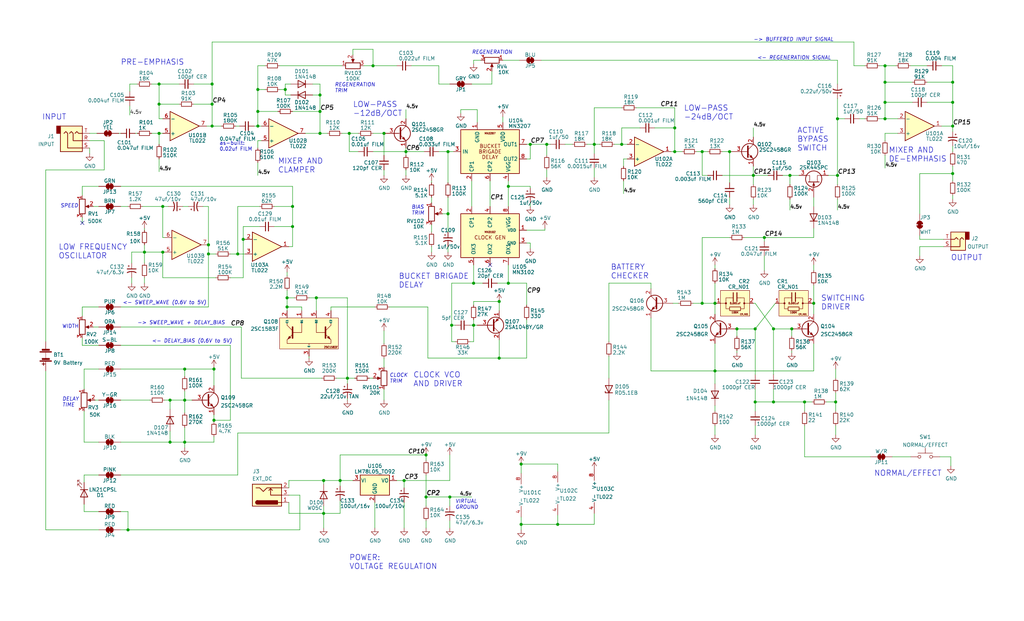
<source format=kicad_sch>
(kicad_sch (version 20211123) (generator eeschema)
  (paper "USLegal")
  (title_block (title "Ibanez_FL-9_Flanger_Pedal MP-FL0601") (date "2022-11-23") (rev "v01") (company "Cedar Grove Studios") (comment 1 "MP-FL0601"))
  (junction (at 111.125 38.735))
  (junction (at 184.15 50.165))
  (junction (at 99.695 106.68))
  (junction (at 74.295 146.05))
  (junction (at 255.905 114.3))
  (junction (at 330.835 35.56))
  (junction (at 59.055 139.065))
  (junction (at 173.355 124.46))
  (junction (at 307.34 22.86))
  (junction (at 274.955 114.3))
  (junction (at 112.395 178.435))
  (junction (at 176.53 98.425))
  (junction (at 101.6 71.755))
  (junction (at 243.84 105.41))
  (junction (at 243.84 52.705))
  (junction (at 64.135 153.67))
  (junction (at 118.11 167.005))
  (junction (at 180.975 161.29))
  (junction (at 189.865 50.165))
  (junction (at 261.62 60.96))
  (junction (at 262.255 139.7))
  (junction (at 109.855 103.505))
  (junction (at 99.695 103.505))
  (junction (at 111.125 33.02))
  (junction (at 330.835 28.575))
  (junction (at 55.245 29.21))
  (junction (at 140.97 52.705))
  (junction (at 274.32 60.96))
  (junction (at 84.455 83.185))
  (junction (at 193.675 182.245))
  (junction (at 121.285 46.355))
  (junction (at 133.35 46.355))
  (junction (at 282.575 105.41))
  (junction (at 73.66 43.815))
  (junction (at 99.06 31.115))
  (junction (at 120.65 131.445))
  (junction (at 173.355 104.775))
  (junction (at 234.315 44.45))
  (junction (at 330.835 43.815))
  (junction (at 55.245 36.195))
  (junction (at 112.395 167.005))
  (junction (at 164.465 98.425))
  (junction (at 129.54 22.86))
  (junction (at 73.66 29.21))
  (junction (at 180.975 182.245))
  (junction (at 215.9 50.165))
  (junction (at 262.255 114.3))
  (junction (at 82.55 88.265))
  (junction (at 265.43 82.55))
  (junction (at 50.165 87.63))
  (junction (at 290.195 139.7))
  (junction (at 74.295 128.27))
  (junction (at 268.605 114.3))
  (junction (at 248.285 105.41))
  (junction (at 279.4 139.7))
  (junction (at 155.575 74.295))
  (junction (at 147.955 172.72))
  (junction (at 140.335 167.005))
  (junction (at 59.055 153.67))
  (junction (at 89.535 31.115))
  (junction (at 307.34 41.275))
  (junction (at 56.515 71.755))
  (junction (at 156.21 172.72))
  (junction (at 307.34 35.56))
  (junction (at 72.39 88.265))
  (junction (at 72.39 85.09))
  (junction (at 206.375 50.165))
  (junction (at 330.835 60.325))
  (junction (at 147.955 158.115))
  (junction (at 101.6 78.74))
  (junction (at 73.66 36.195))
  (junction (at 234.315 52.705))
  (junction (at 89.535 43.815))
  (junction (at 89.535 38.735))
  (junction (at 176.53 64.77))
  (junction (at 64.135 139.065))
  (junction (at 64.135 128.27))
  (junction (at 155.575 52.705))
  (junction (at 56.515 87.63))
  (junction (at 44.45 184.15))
  (junction (at 55.245 46.355))
  (junction (at 253.365 52.705))
  (junction (at 164.465 113.03))
  (junction (at 290.83 41.275))
  (junction (at 248.285 128.905))
  (junction (at 156.845 113.03))
  (junction (at 268.605 139.7))
  (junction (at 111.125 46.355))
  (junction (at 307.34 28.575))
  (junction (at 290.83 60.96))
  (no_connect (at 28.575 77.47))
  (no_connect (at 170.18 92.075))
  (wire (pts (xy 55.245 29.21) (xy 55.245 36.195)))
  (wire (pts (xy 28.575 120.015) (xy 28.575 117.475)))
  (wire (pts (xy 99.06 29.21) (xy 100.965 29.21)))
  (wire (pts (xy 261.62 69.215) (xy 261.62 71.12)))
  (wire (pts (xy 74.295 146.05) (xy 80.01 146.05)))
  (wire (pts (xy 193.675 161.29) (xy 193.675 163.83)))
  (wire (pts (xy 59.055 149.86) (xy 59.055 153.67)))
  (wire (pts (xy 64.135 135.89) (xy 64.135 139.065)))
  (wire (pts (xy 279.4 158.75) (xy 302.26 158.75)))
  (wire (pts (xy 211.455 98.425) (xy 226.06 98.425)))
  (wire (pts (xy 309.88 158.75) (xy 316.23 158.75)))
  (wire (pts (xy 241.935 52.705) (xy 243.84 52.705)))
  (wire (pts (xy 160.02 38.1) (xy 165.735 38.1)))
  (wire (pts (xy 104.775 106.68) (xy 104.775 107.95)))
  (wire (pts (xy 164.465 113.03) (xy 165.735 113.03)))
  (wire (pts (xy 290.83 20.955) (xy 290.83 29.21)))
  (wire (pts (xy 101.6 71.755) (xy 101.6 64.77)))
  (wire (pts (xy 95.25 71.755) (xy 101.6 71.755)))
  (wire (pts (xy 174.625 40.64) (xy 174.625 42.545)))
  (wire (pts (xy 248.285 105.41) (xy 248.92 105.41)))
  (wire (pts (xy 155.575 85.725) (xy 155.575 87.63)))
  (wire (pts (xy 206.375 50.165) (xy 206.375 37.465)))
  (wire (pts (xy 307.34 28.575) (xy 307.34 35.56)))
  (wire (pts (xy 184.15 55.245) (xy 184.15 50.165)))
  (wire (pts (xy 307.34 35.56) (xy 307.34 41.275)))
  (wire (pts (xy 28.575 106.68) (xy 34.29 106.68)))
  (wire (pts (xy 100.965 33.02) (xy 99.06 33.02)))
  (wire (pts (xy 149.86 85.725) (xy 149.86 87.63)))
  (wire (pts (xy 296.545 22.86) (xy 296.545 14.605)))
  (wire (pts (xy 89.535 22.86) (xy 92.075 22.86)))
  (wire (pts (xy 164.465 118.745) (xy 164.465 113.03)))
  (wire (pts (xy 155.575 74.295) (xy 155.575 80.645)))
  (wire (pts (xy 99.695 94.615) (xy 99.695 95.885)))
  (wire (pts (xy 108.585 29.21) (xy 111.125 29.21)))
  (wire (pts (xy 80.01 88.265) (xy 82.55 88.265)))
  (wire (pts (xy 80.01 120.015) (xy 80.01 146.05)))
  (wire (pts (xy 173.355 104.775) (xy 173.355 107.95)))
  (wire (pts (xy 133.35 124.46) (xy 133.35 127.635)))
  (wire (pts (xy 101.6 71.755) (xy 101.6 78.74)))
  (wire (pts (xy 187.96 20.955) (xy 290.83 20.955)))
  (wire (pts (xy 307.34 35.56) (xy 316.865 35.56)))
  (wire (pts (xy 180.975 164.465) (xy 180.975 161.29)))
  (wire (pts (xy 31.115 48.895) (xy 36.195 48.895)))
  (wire (pts (xy 124.46 52.705) (xy 121.285 52.705)))
  (wire (pts (xy 73.66 14.605) (xy 296.545 14.605)))
  (wire (pts (xy 31.115 46.355) (xy 33.655 46.355)))
  (wire (pts (xy 184.15 84.455) (xy 184.15 86.36)))
  (wire (pts (xy 163.195 113.03) (xy 164.465 113.03)))
  (wire (pts (xy 45.72 96.52) (xy 45.72 98.425)))
  (wire (pts (xy 41.91 106.68) (xy 72.39 106.68)))
  (wire (pts (xy 83.82 131.445) (xy 111.76 131.445)))
  (wire (pts (xy 67.31 29.21) (xy 73.66 29.21)))
  (wire (pts (xy 176.53 64.77) (xy 184.15 64.77)))
  (wire (pts (xy 89.535 43.815) (xy 90.805 43.815)))
  (wire (pts (xy 34.29 177.8) (xy 29.21 177.8)))
  (wire (pts (xy 56.515 71.755) (xy 58.42 71.755)))
  (wire (pts (xy 59.055 139.065) (xy 64.135 139.065)))
  (wire (pts (xy 64.135 153.67) (xy 64.135 155.575)))
  (wire (pts (xy 44.45 184.15) (xy 44.45 177.8)))
  (wire (pts (xy 196.215 50.165) (xy 198.755 50.165)))
  (wire (pts (xy 213.36 50.165) (xy 215.9 50.165)))
  (wire (pts (xy 114.935 106.68) (xy 130.175 106.68)))
  (wire (pts (xy 255.905 121.92) (xy 255.905 122.555)))
  (wire (pts (xy 215.9 50.165) (xy 217.805 50.165)))
  (wire (pts (xy 163.195 118.745) (xy 164.465 118.745)))
  (wire (pts (xy 118.11 173.99) (xy 118.11 178.435)))
  (wire (pts (xy 274.32 60.96) (xy 274.32 64.135)))
  (wire (pts (xy 248.285 92.075) (xy 248.285 93.345)))
  (wire (pts (xy 72.39 88.265) (xy 72.39 85.09)))
  (wire (pts (xy 282.575 82.55) (xy 282.575 79.375)))
  (wire (pts (xy 243.84 105.41) (xy 248.285 105.41)))
  (wire (pts (xy 100.33 172.085) (xy 104.14 172.085)))
  (wire (pts (xy 129.54 52.705) (xy 140.97 52.705)))
  (wire (pts (xy 321.945 35.56) (xy 330.835 35.56)))
  (wire (pts (xy 44.45 71.755) (xy 41.91 71.755)))
  (wire (pts (xy 88.265 43.815) (xy 89.535 43.815)))
  (wire (pts (xy 129.54 46.355) (xy 133.35 46.355)))
  (wire (pts (xy 243.84 82.55) (xy 243.84 105.41)))
  (wire (pts (xy 74.295 144.145) (xy 74.295 146.05)))
  (wire (pts (xy 52.705 29.21) (xy 55.245 29.21)))
  (wire (pts (xy 296.545 22.86) (xy 300.355 22.86)))
  (wire (pts (xy 112.395 167.005) (xy 118.11 167.005)))
  (wire (pts (xy 274.955 121.92) (xy 274.955 122.555)))
  (wire (pts (xy 41.91 153.67) (xy 59.055 153.67)))
  (wire (pts (xy 152.4 52.705) (xy 155.575 52.705)))
  (wire (pts (xy 170.18 62.865) (xy 170.18 71.755)))
  (wire (pts (xy 211.455 150.495) (xy 211.455 139.065)))
  (wire (pts (xy 118.11 167.005) (xy 122.555 167.005)))
  (wire (pts (xy 274.955 116.84) (xy 274.955 114.3)))
  (wire (pts (xy 56.515 96.52) (xy 74.93 96.52)))
  (wire (pts (xy 182.88 50.165) (xy 184.15 50.165)))
  (wire (pts (xy 148.59 124.46) (xy 173.355 124.46)))
  (wire (pts (xy 226.06 98.425) (xy 226.06 100.33)))
  (wire (pts (xy 111.125 46.355) (xy 111.125 38.735)))
  (wire (pts (xy 258.445 82.55) (xy 265.43 82.55)))
  (wire (pts (xy 215.9 50.165) (xy 215.9 44.45)))
  (wire (pts (xy 73.66 29.21) (xy 73.66 36.195)))
  (wire (pts (xy 184.15 65.405) (xy 184.15 64.77)))
  (wire (pts (xy 41.91 165.1) (xy 82.55 165.1)))
  (wire (pts (xy 248.285 98.425) (xy 248.285 105.41)))
  (wire (pts (xy 140.97 38.1) (xy 140.97 41.275)))
  (wire (pts (xy 180.975 179.705) (xy 180.975 182.245)))
  (wire (pts (xy 193.675 182.245) (xy 206.375 182.245)))
  (wire (pts (xy 118.11 158.115) (xy 147.955 158.115)))
  (wire (pts (xy 31.115 51.435) (xy 31.115 53.34)))
  (wire (pts (xy 262.255 114.3) (xy 269.24 105.41)))
  (wire (pts (xy 29.21 135.255) (xy 29.21 128.27)))
  (wire (pts (xy 142.875 22.86) (xy 152.4 22.86)))
  (wire (pts (xy 28.575 75.565) (xy 28.575 77.47)))
  (wire (pts (xy 120.65 131.445) (xy 120.65 133.35)))
  (wire (pts (xy 189.865 50.165) (xy 191.135 50.165)))
  (wire (pts (xy 133.35 46.355) (xy 133.35 53.975)))
  (wire (pts (xy 99.06 29.21) (xy 99.06 31.115)))
  (wire (pts (xy 84.455 96.52) (xy 84.455 83.185)))
  (wire (pts (xy 211.455 98.425) (xy 211.455 118.745)))
  (wire (pts (xy 248.285 105.41) (xy 248.285 109.22)))
  (wire (pts (xy 290.83 60.96) (xy 290.83 64.135)))
  (wire (pts (xy 327.66 85.725) (xy 319.405 85.725)))
  (wire (pts (xy 74.295 151.765) (xy 74.295 153.67)))
  (wire (pts (xy 307.34 22.86) (xy 311.15 22.86)))
  (wire (pts (xy 99.695 106.68) (xy 104.775 106.68)))
  (wire (pts (xy 173.355 124.46) (xy 182.88 124.46)))
  (wire (pts (xy 165.735 38.1) (xy 165.735 42.545)))
  (wire (pts (xy 147.955 172.72) (xy 156.21 172.72)))
  (wire (pts (xy 155.575 52.705) (xy 157.48 52.705)))
  (wire (pts (xy 240.665 105.41) (xy 243.84 105.41)))
  (wire (pts (xy 101.6 78.74) (xy 101.6 85.725)))
  (wire (pts (xy 279.4 147.955) (xy 279.4 158.75)))
  (wire (pts (xy 189.865 53.975) (xy 189.865 50.165)))
  (wire (pts (xy 307.34 41.275) (xy 311.785 41.275)))
  (wire (pts (xy 41.275 46.355) (xy 41.91 46.355)))
  (wire (pts (xy 72.39 85.09) (xy 72.39 71.755)))
  (wire (pts (xy 100.33 178.435) (xy 112.395 178.435)))
  (wire (pts (xy 82.55 88.265) (xy 85.09 88.265)))
  (wire (pts (xy 206.375 182.245) (xy 206.375 178.435)))
  (wire (pts (xy 173.355 118.11) (xy 173.355 124.46)))
  (wire (pts (xy 255.905 114.3) (xy 262.255 114.3)))
  (wire (pts (xy 262.255 105.41) (xy 268.605 114.3)))
  (wire (pts (xy 64.135 130.81) (xy 64.135 128.27)))
  (wire (pts (xy 156.21 172.72) (xy 163.83 172.72)))
  (wire (pts (xy 89.535 48.895) (xy 90.805 48.895)))
  (wire (pts (xy 100.33 178.435) (xy 100.33 174.625)))
  (wire (pts (xy 101.6 38.735) (xy 111.125 38.735)))
  (wire (pts (xy 215.9 44.45) (xy 222.25 44.45)))
  (wire (pts (xy 262.255 139.7) (xy 268.605 139.7)))
  (wire (pts (xy 112.395 168.275) (xy 112.395 167.005)))
  (wire (pts (xy 82.55 165.1) (xy 82.55 150.495)))
  (wire (pts (xy 253.365 52.705) (xy 254 52.705)))
  (wire (pts (xy 45.085 31.75) (xy 45.085 29.21)))
  (wire (pts (xy 327.025 43.815) (xy 330.835 43.815)))
  (wire (pts (xy 52.705 46.355) (xy 55.245 46.355)))
  (wire (pts (xy 50.165 87.63) (xy 50.165 91.44)))
  (wire (pts (xy 34.29 113.665) (xy 32.385 113.665)))
  (wire (pts (xy 330.835 57.785) (xy 330.835 60.325)))
  (wire (pts (xy 176.53 62.865) (xy 176.53 64.77)))
  (wire (pts (xy 282.575 99.06) (xy 282.575 105.41)))
  (wire (pts (xy 184.15 50.165) (xy 189.865 50.165)))
  (wire (pts (xy 41.91 128.27) (xy 64.135 128.27)))
  (wire (pts (xy 34.29 153.67) (xy 29.21 153.67)))
  (wire (pts (xy 62.23 29.21) (xy 55.245 29.21)))
  (wire (pts (xy 63.5 71.755) (xy 65.405 71.755)))
  (wire (pts (xy 250.825 60.96) (xy 261.62 60.96)))
  (wire (pts (xy 216.535 55.245) (xy 216.535 57.785)))
  (wire (pts (xy 120.65 103.505) (xy 120.65 131.445)))
  (wire (pts (xy 163.83 29.21) (xy 170.815 29.21)))
  (wire (pts (xy 255.905 116.84) (xy 255.905 114.3)))
  (wire (pts (xy 122.555 19.05) (xy 122.555 17.145)))
  (wire (pts (xy 129.54 22.86) (xy 137.795 22.86)))
  (wire (pts (xy 330.835 50.8) (xy 330.835 52.705)))
  (wire (pts (xy 153.67 74.295) (xy 155.575 74.295)))
  (wire (pts (xy 56.515 82.55) (xy 56.515 71.755)))
  (wire (pts (xy 281.94 105.41) (xy 282.575 105.41)))
  (wire (pts (xy 74.295 146.05) (xy 74.295 146.685)))
  (wire (pts (xy 330.835 60.325) (xy 319.405 60.325)))
  (wire (pts (xy 73.66 36.195) (xy 67.31 36.195)))
  (wire (pts (xy 133.35 59.055) (xy 133.35 60.96)))
  (wire (pts (xy 29.21 175.26) (xy 29.21 177.8)))
  (wire (pts (xy 109.855 103.505) (xy 109.855 107.95)))
  (wire (pts (xy 29.21 128.27) (xy 34.29 128.27)))
  (wire (pts (xy 118.11 178.435) (xy 112.395 178.435)))
  (wire (pts (xy 108.585 33.02) (xy 111.125 33.02)))
  (wire (pts (xy 149.86 62.865) (xy 149.86 63.5)))
  (wire (pts (xy 307.34 53.975) (xy 307.34 58.42)))
  (wire (pts (xy 121.285 46.355) (xy 124.46 46.355)))
  (wire (pts (xy 73.66 43.815) (xy 73.66 36.195)))
  (wire (pts (xy 133.35 114.935) (xy 133.35 119.38)))
  (wire (pts (xy 290.83 41.275) (xy 293.37 41.275)))
  (wire (pts (xy 55.245 41.275) (xy 55.245 36.195)))
  (wire (pts (xy 265.43 82.55) (xy 265.43 83.82)))
  (wire (pts (xy 101.6 64.77) (xy 41.91 64.77)))
  (wire (pts (xy 234.315 44.45) (xy 234.315 52.705)))
  (wire (pts (xy 50.165 87.63) (xy 45.72 87.63)))
  (wire (pts (xy 104.14 172.085) (xy 104.14 184.15)))
  (wire (pts (xy 262.255 105.41) (xy 261.62 105.41)))
  (wire (pts (xy 174.625 20.955) (xy 180.34 20.955)))
  (wire (pts (xy 152.4 29.21) (xy 152.4 22.86)))
  (wire (pts (xy 164.465 111.125) (xy 164.465 113.03)))
  (wire (pts (xy 279.4 139.7) (xy 281.94 139.7)))
  (wire (pts (xy 307.34 22.86) (xy 307.34 28.575)))
  (wire (pts (xy 118.745 46.355) (xy 121.285 46.355)))
  (wire (pts (xy 193.675 179.07) (xy 193.675 182.245)))
  (wire (pts (xy 99.06 31.115) (xy 99.06 33.02)))
  (wire (pts (xy 326.39 158.75) (xy 330.2 158.75)))
  (wire (pts (xy 55.245 46.355) (xy 56.515 46.355)))
  (wire (pts (xy 50.165 85.09) (xy 50.165 87.63)))
  (wire (pts (xy 64.135 128.27) (xy 74.295 128.27)))
  (wire (pts (xy 83.82 113.665) (xy 83.82 131.445)))
  (wire (pts (xy 120.65 131.445) (xy 123.19 131.445)))
  (wire (pts (xy 155.575 74.295) (xy 155.575 68.58)))
  (wire (pts (xy 147.955 165.1) (xy 147.955 172.72)))
  (wire (pts (xy 89.535 31.115) (xy 92.075 31.115)))
  (wire (pts (xy 170.815 29.21) (xy 170.815 24.765)))
  (wire (pts (xy 164.465 104.775) (xy 173.355 104.775)))
  (wire (pts (xy 176.53 64.77) (xy 176.53 71.755)))
  (wire (pts (xy 282.575 119.38) (xy 282.575 128.905)))
  (wire (pts (xy 56.515 87.63) (xy 57.15 87.63)))
  (wire (pts (xy 81.915 43.815) (xy 83.185 43.815)))
  (wire (pts (xy 287.655 60.96) (xy 290.83 60.96)))
  (wire (pts (xy 330.835 45.72) (xy 330.835 43.815)))
  (wire (pts (xy 59.055 153.67) (xy 64.135 153.67)))
  (wire (pts (xy 147.955 158.115) (xy 147.955 160.02)))
  (wire (pts (xy 140.97 52.705) (xy 140.97 53.975)))
  (wire (pts (xy 100.33 167.005) (xy 100.33 169.545)))
  (wire (pts (xy 121.285 46.355) (xy 121.285 52.705)))
  (wire (pts (xy 41.91 184.15) (xy 44.45 184.15)))
  (wire (pts (xy 106.045 46.355) (xy 111.125 46.355)))
  (wire (pts (xy 55.245 36.195) (xy 62.23 36.195)))
  (wire (pts (xy 97.155 31.115) (xy 99.06 31.115)))
  (wire (pts (xy 99.695 106.68) (xy 99.695 107.95)))
  (wire (pts (xy 89.535 38.735) (xy 96.52 38.735)))
  (wire (pts (xy 206.375 37.465) (xy 215.9 37.465)))
  (wire (pts (xy 327.025 22.86) (xy 330.835 22.86)))
  (wire (pts (xy 274.32 60.96) (xy 277.495 60.96)))
  (wire (pts (xy 100.33 167.005) (xy 112.395 167.005)))
  (wire (pts (xy 29.21 153.67) (xy 29.21 142.875)))
  (wire (pts (xy 111.125 29.21) (xy 111.125 33.02)))
  (wire (pts (xy 44.45 177.8) (xy 41.91 177.8)))
  (wire (pts (xy 234.315 37.465) (xy 234.315 44.45)))
  (wire (pts (xy 111.125 33.02) (xy 111.125 38.735)))
  (wire (pts (xy 112.395 178.435) (xy 112.395 183.515)))
  (wire (pts (xy 164.465 106.045) (xy 164.465 104.775)))
  (wire (pts (xy 274.32 69.215) (xy 274.32 73.025)))
  (wire (pts (xy 176.53 98.425) (xy 176.53 92.075)))
  (wire (pts (xy 49.53 71.755) (xy 56.515 71.755)))
  (wire (pts (xy 253.365 52.705) (xy 253.365 63.5)))
  (wire (pts (xy 33.02 139.065) (xy 34.29 139.065)))
  (wire (pts (xy 55.245 46.355) (xy 55.245 50.165)))
  (wire (pts (xy 140.97 59.055) (xy 140.97 60.96)))
  (wire (pts (xy 261.62 60.96) (xy 266.7 60.96)))
  (wire (pts (xy 261.62 60.96) (xy 261.62 57.785)))
  (wire (pts (xy 182.88 106.045) (xy 182.88 98.425)))
  (wire (pts (xy 250.825 52.705) (xy 253.365 52.705)))
  (wire (pts (xy 226.06 110.49) (xy 226.06 128.905)))
  (wire (pts (xy 89.535 48.895) (xy 89.535 51.435)))
  (wire (pts (xy 234.315 52.705) (xy 233.045 52.705)))
  (wire (pts (xy 28.575 109.855) (xy 28.575 106.68)))
  (wire (pts (xy 41.91 139.065) (xy 52.07 139.065)))
  (wire (pts (xy 99.695 103.505) (xy 102.235 103.505)))
  (wire (pts (xy 15.875 128.905) (xy 15.875 184.15)))
  (wire (pts (xy 64.135 153.67) (xy 74.295 153.67)))
  (wire (pts (xy 156.845 113.03) (xy 158.115 113.03)))
  (wire (pts (xy 321.945 28.575) (xy 330.835 28.575)))
  (wire (pts (xy 211.455 123.825) (xy 211.455 131.445)))
  (wire (pts (xy 140.335 174.625) (xy 140.335 183.515)))
  (wire (pts (xy 245.745 60.96) (xy 243.84 60.96)))
  (wire (pts (xy 248.285 128.905) (xy 248.285 133.35)))
  (wire (pts (xy 129.54 17.145) (xy 129.54 22.86)))
  (wire (pts (xy 319.405 83.185) (xy 327.66 83.185)))
  (wire (pts (xy 34.29 184.15) (xy 15.875 184.15)))
  (wire (pts (xy 265.43 88.9) (xy 265.43 93.98)))
  (wire (pts (xy 74.295 128.27) (xy 74.295 133.985)))
  (wire (pts (xy 282.575 105.41) (xy 282.575 109.22)))
  (wire (pts (xy 156.845 118.745) (xy 156.845 113.03)))
  (wire (pts (xy 55.245 55.245) (xy 55.245 59.69)))
  (wire (pts (xy 307.34 46.355) (xy 311.785 46.355)))
  (wire (pts (xy 148.59 106.68) (xy 148.59 124.46)))
  (wire (pts (xy 268.605 114.3) (xy 274.955 114.3)))
  (wire (pts (xy 319.405 60.325) (xy 319.405 74.295)))
  (wire (pts (xy 57.15 82.55) (xy 56.515 82.55)))
  (wire (pts (xy 129.54 22.86) (xy 126.365 22.86)))
  (wire (pts (xy 164.465 20.955) (xy 164.465 22.225)))
  (wire (pts (xy 73.66 43.815) (xy 76.835 43.815)))
  (wire (pts (xy 180.975 182.245) (xy 180.975 184.15)))
  (wire (pts (xy 262.255 114.3) (xy 262.255 130.175)))
  (wire (pts (xy 290.195 139.7) (xy 290.195 142.875)))
  (wire (pts (xy 184.15 70.485) (xy 184.15 71.755)))
  (wire (pts (xy 74.295 128.27) (xy 74.295 127.635)))
  (wire (pts (xy 164.465 98.425) (xy 164.465 92.075)))
  (wire (pts (xy 182.88 98.425) (xy 176.53 98.425)))
  (wire (pts (xy 163.83 62.865) (xy 163.83 71.755)))
  (wire (pts (xy 71.755 43.815) (xy 73.66 43.815)))
  (wire (pts (xy 203.835 50.165) (xy 206.375 50.165)))
  (wire (pts (xy 89.535 31.115) (xy 89.535 22.86)))
  (wire (pts (xy 45.72 87.63) (xy 45.72 91.44)))
  (wire (pts (xy 290.83 34.29) (xy 290.83 41.275)))
  (wire (pts (xy 137.795 167.005) (xy 140.335 167.005)))
  (wire (pts (xy 319.405 85.725) (xy 319.405 88.9)))
  (wire (pts (xy 107.315 103.505) (xy 109.855 103.505)))
  (wire (pts (xy 72.39 71.755) (xy 70.485 71.755)))
  (wire (pts (xy 112.395 175.895) (xy 112.395 178.435)))
  (wire (pts (xy 164.465 20.955) (xy 167.005 20.955)))
  (wire (pts (xy 307.34 46.355) (xy 307.34 48.895)))
  (wire (pts (xy 116.84 131.445) (xy 120.65 131.445)))
  (wire (pts (xy 156.21 29.21) (xy 152.4 29.21)))
  (wire (pts (xy 41.91 113.665) (xy 83.82 113.665)))
  (wire (pts (xy 82.55 71.755) (xy 82.55 88.265)))
  (wire (pts (xy 265.43 82.55) (xy 282.575 82.55)))
  (wire (pts (xy 253.365 68.58) (xy 253.365 71.12)))
  (wire (pts (xy 305.435 22.86) (xy 307.34 22.86)))
  (wire (pts (xy 206.375 50.165) (xy 206.375 53.34)))
  (wire (pts (xy 305.435 41.275) (xy 307.34 41.275)))
  (wire (pts (xy 90.17 71.755) (xy 82.55 71.755)))
  (wire (pts (xy 118.11 167.005) (xy 118.11 168.91)))
  (wire (pts (xy 64.135 139.065) (xy 64.135 143.51)))
  (wire (pts (xy 73.66 14.605) (xy 73.66 29.21)))
  (wire (pts (xy 182.88 80.01) (xy 189.23 80.01)))
  (wire (pts (xy 120.65 138.43) (xy 120.65 139.065)))
  (wire (pts (xy 36.195 48.895) (xy 36.195 59.055)))
  (wire (pts (xy 111.125 46.355) (xy 113.665 46.355)))
  (wire (pts (xy 216.535 55.245) (xy 217.805 55.245)))
  (wire (pts (xy 45.085 36.83) (xy 45.085 40.005)))
  (wire (pts (xy 307.34 28.575) (xy 316.865 28.575)))
  (wire (pts (xy 147.955 172.72) (xy 147.955 175.895)))
  (wire (pts (xy 298.45 41.275) (xy 300.355 41.275)))
  (wire (pts (xy 206.375 58.42) (xy 206.375 61.595)))
  (wire (pts (xy 46.99 46.355) (xy 47.625 46.355)))
  (wire (pts (xy 99.695 103.505) (xy 99.695 106.68)))
  (wire (pts (xy 140.335 167.005) (xy 140.335 169.545)))
  (wire (pts (xy 72.39 106.68) (xy 72.39 88.265)))
  (wire (pts (xy 243.84 60.96) (xy 243.84 52.705)))
  (wire (pts (xy 290.83 41.275) (xy 290.83 60.96)))
  (wire (pts (xy 45.085 29.21) (xy 47.625 29.21)))
  (wire (pts (xy 156.845 113.03) (xy 156.845 98.425)))
  (wire (pts (xy 57.15 139.065) (xy 59.055 139.065)))
  (wire (pts (xy 248.285 147.955) (xy 248.285 151.13)))
  (wire (pts (xy 28.575 120.015) (xy 34.29 120.015)))
  (wire (pts (xy 156.21 158.115) (xy 156.21 167.005)))
  (wire (pts (xy 89.535 31.115) (xy 89.535 38.735)))
  (wire (pts (xy 330.835 43.815) (xy 330.835 35.56)))
  (wire (pts (xy 28.575 64.77) (xy 34.29 64.77)))
  (wire (pts (xy 109.855 103.505) (xy 120.65 103.505)))
  (wire (pts (xy 99.695 100.965) (xy 99.695 103.505)))
  (wire (pts (xy 34.29 71.755) (xy 32.385 71.755)))
  (wire (pts (xy 149.86 68.58) (xy 149.86 70.485)))
  (wire (pts (xy 268.605 114.3) (xy 268.605 130.175)))
  (wire (pts (xy 140.97 52.705) (xy 147.32 52.705)))
  (wire (pts (xy 82.55 150.495) (xy 211.455 150.495)))
  (wire (pts (xy 29.21 165.1) (xy 34.29 165.1)))
  (wire (pts (xy 64.135 139.065) (xy 66.675 139.065)))
  (wire (pts (xy 226.06 128.905) (xy 248.285 128.905)))
  (wire (pts (xy 233.68 105.41) (xy 235.585 105.41)))
  (wire (pts (xy 282.575 68.58) (xy 282.575 71.755)))
  (wire (pts (xy 44.45 184.15) (xy 104.14 184.15)))
  (wire (pts (xy 28.575 67.945) (xy 28.575 64.77)))
  (wire (pts (xy 189.23 79.375) (xy 189.23 80.01)))
  (wire (pts (xy 189.865 59.055) (xy 189.865 61.595)))
  (wire (pts (xy 182.88 111.125) (xy 182.88 124.46)))
  (wire (pts (xy 50.165 96.52) (xy 50.165 98.425)))
  (wire (pts (xy 234.315 52.705) (xy 236.855 52.705)))
  (wire (pts (xy 36.195 59.055) (xy 15.875 59.055)))
  (wire (pts (xy 167.64 98.425) (xy 164.465 98.425)))
  (wire (pts (xy 147.955 180.975) (xy 147.955 183.515)))
  (wire (pts (xy 290.195 128.27) (xy 290.195 131.445)))
  (wire (pts (xy 158.115 118.745) (xy 156.845 118.745)))
  (wire (pts (xy 122.555 17.145) (xy 129.54 17.145)))
  (wire (pts (xy 100.33 85.725) (xy 101.6 85.725)))
  (wire (pts (xy 330.2 158.75) (xy 330.2 161.925)))
  (wire (pts (xy 262.255 135.255) (xy 262.255 139.7)))
  (wire (pts (xy 56.515 41.275) (xy 55.245 41.275)))
  (wire (pts (xy 156.21 172.72) (xy 156.21 175.895)))
  (wire (pts (xy 64.135 153.67) (xy 64.135 148.59)))
  (wire (pts (xy 107.315 123.825) (xy 107.315 124.46)))
  (wire (pts (xy 261.62 60.96) (xy 261.62 64.135)))
  (wire (pts (xy 29.21 167.64) (xy 29.21 165.1)))
  (wire (pts (xy 282.575 92.075) (xy 282.575 93.98)))
  (wire (pts (xy 206.375 50.165) (xy 208.28 50.165)))
  (wire (pts (xy 243.84 52.705) (xy 245.745 52.705)))
  (wire (pts (xy 330.835 28.575) (xy 330.835 22.86)))
  (wire (pts (xy 182.88 55.245) (xy 184.15 55.245)))
  (wire (pts (xy 330.835 67.945) (xy 330.835 69.215)))
  (wire (pts (xy 316.23 22.86) (xy 321.945 22.86)))
  (wire (pts (xy 248.285 140.97) (xy 248.285 142.875)))
  (wire (pts (xy 216.535 62.865) (xy 216.535 67.31)))
  (wire (pts (xy 180.975 182.245) (xy 193.675 182.245)))
  (wire (pts (xy 290.195 147.955) (xy 290.195 151.13)))
  (wire (pts (xy 97.155 22.86) (xy 118.745 22.86)))
  (wire (pts (xy 234.315 37.465) (xy 220.98 37.465)))
  (wire (pts (xy 140.335 167.005) (xy 156.21 167.005)))
  (wire (pts (xy 248.285 119.38) (xy 248.285 128.905)))
  (wire (pts (xy 15.875 59.055) (xy 15.875 118.745)))
  (wire (pts (xy 89.535 56.515) (xy 89.535 60.96)))
  (wire (pts (xy 50.165 79.375) (xy 50.165 80.01)))
  (wire (pts (xy 287.02 139.7) (xy 290.195 139.7)))
  (wire (pts (xy 56.515 87.63) (xy 56.515 96.52)))
  (wire (pts (xy 128.27 131.445) (xy 129.54 131.445)))
  (wire (pts (xy 156.845 98.425) (xy 164.465 98.425)))
  (wire (pts (xy 330.835 60.325) (xy 330.835 62.865)))
  (wire (pts (xy 279.4 139.7) (xy 279.4 142.875)))
  (wire (pts (xy 80.01 96.52) (xy 84.455 96.52)))
  (wire (pts (xy 50.165 87.63) (xy 56.515 87.63)))
  (wire (pts (xy 182.88 84.455) (xy 184.15 84.455)))
  (wire (pts (xy 180.975 161.29) (xy 193.675 161.29)))
  (wire (pts (xy 118.11 158.115) (xy 118.11 167.005)))
  (wire (pts (xy 156.21 180.975) (xy 156.21 183.515)))
  (wire (pts (xy 95.25 78.74) (xy 101.6 78.74)))
  (wire (pts (xy 133.35 135.255) (xy 133.35 139.065)))
  (wire (pts (xy 59.055 139.065) (xy 59.055 142.24)))
  (wire (pts (xy 290.195 136.525) (xy 290.195 139.7)))
  (wire (pts (xy 268.605 135.255) (xy 268.605 139.7)))
  (wire (pts (xy 84.455 83.185) (xy 85.09 83.185)))
  (wire (pts (xy 140.97 51.435) (xy 140.97 52.705)))
  (wire (pts (xy 290.83 69.215) (xy 290.83 73.025)))
  (wire (pts (xy 271.78 60.96) (xy 274.32 60.96)))
  (wire (pts (xy 155.575 52.705) (xy 155.575 63.5)))
  (wire (pts (xy 243.84 82.55) (xy 253.365 82.55)))
  (wire (pts (xy 130.175 174.625) (xy 130.175 183.515)))
  (wire (pts (xy 84.455 78.74) (xy 84.455 83.185)))
  (wire (pts (xy 227.33 44.45) (xy 234.315 44.45)))
  (wire (pts (xy 74.93 88.265) (xy 72.39 88.265)))
  (wire (pts (xy 149.86 78.105) (xy 149.86 80.645)))
  (wire (pts (xy 160.02 39.37) (xy 160.02 38.1)))
  (wire (pts (xy 262.255 139.7) (xy 262.255 142.875)))
  (wire (pts (xy 262.255 147.955) (xy 262.255 151.13)))
  (wire (pts (xy 84.455 78.74) (xy 90.17 78.74)))
  (wire (pts (xy 114.935 106.68) (xy 114.935 107.95)))
  (wire (pts (xy 172.72 98.425) (xy 176.53 98.425)))
  (wire (pts (xy 89.535 43.815) (xy 89.535 38.735)))
  (wire (pts (xy 261.62 44.45) (xy 261.62 47.625)))
  (wire (pts (xy 135.255 106.68) (xy 148.59 106.68)))
  (wire (pts (xy 282.575 128.905) (xy 248.285 128.905)))
  (wire (pts (xy 319.405 81.915) (xy 319.405 83.185)))
  (wire (pts (xy 41.91 120.015) (xy 80.01 120.015)))
  (wire (pts (xy 330.835 35.56) (xy 330.835 28.575)))
  (wire (pts (xy 279.4 139.7) (xy 268.605 139.7)))
  (text "VIRTUAL\nGROUND" (at 158.115 177.165 0) (effects (font (size 1.27 1.27) italic) (justify left bottom)))
  (text "-> SWEEP_WAVE + DELAY_BIAS" (at 47.625 113.03 0) (effects (font (size 1.27 1.27) italic) (justify left bottom)))
  (text "REGENERATION\nTRIM" (at 116.205 32.385 0) (effects (font (size 1.27 1.27) italic) (justify left bottom)))
  (text "<- DELAY_BIAS (0.6V to 5V)" (at 52.705 119.38 0) (effects (font (size 1.27 1.27) italic) (justify left bottom)))
  (text "POWER:\nVOLTAGE REGULATION" (at 121.285 198.12 0) (effects (font (size 1.905 1.905)) (justify left bottom)))
  (text "ACTIVE\nBYPASS\nSWITCH" (at 276.86 52.705 0) (effects (font (size 1.905 1.905)) (justify left bottom)))
  (text "SPEED" (at 20.955 72.39 0) (effects (font (size 1.27 1.27) italic) (justify left bottom)))
  (text "<- SWEEP_WAVE (0.6V to 5V)" (at 42.545 106.045 0) (effects (font (size 1.27 1.27) italic) (justify left bottom)))
  (text "LOW-PASS\n-12dB/OCT" (at 122.555 40.64 0) (effects (font (size 1.905 1.905)) (justify left bottom)))
  (text "SWITCHING\nDRIVER" (at 285.115 107.95 0) (effects (font (size 1.905 1.905)) (justify left bottom)))
  (text "as-built:\n0.02uf FILM" (at 76.2 52.705 0) (effects (font (size 1.27 1.27)) (justify left bottom)))
  (text "CLOCK\nTRIM" (at 135.255 133.35 0) (effects (font (size 1.27 1.27) italic) (justify left bottom)))
  (text "INPUT" (at 14.605 41.91 0) (effects (font (size 1.905 1.905)) (justify left bottom)))
  (text "MIXER AND\nCLAMPER" (at 96.52 60.325 0) (effects (font (size 1.905 1.905)) (justify left bottom)))
  (text "LOW FREQUENCY\nOSCILLATOR" (at 20.32 90.17 0) (effects (font (size 1.905 1.905)) (justify left bottom)))
  (text "-> BUFFERED INPUT SIGNAL" (at 261.62 14.605 0) (effects (font (size 1.27 1.27) italic) (justify left bottom)))
  (text "<- REGENERATION SIGNAL" (at 262.89 20.955 0) (effects (font (size 1.27 1.27) italic) (justify left bottom)))
  (text "NORMAL/EFFECT" (at 303.53 165.735 0) (effects (font (size 1.905 1.905)) (justify left bottom)))
  (text "WIDTH" (at 21.59 114.3 0) (effects (font (size 1.27 1.27)) (justify left bottom)))
  (text "CLOCK VCO\nAND DRIVER" (at 143.51 134.62 0) (effects (font (size 1.905 1.905)) (justify left bottom)))
  (text "OUTPUT" (at 330.2 90.805 0) (effects (font (size 1.905 1.905)) (justify left bottom)))
  (text "MIXER AND\nDE-EMPHASIS" (at 308.61 56.515 0) (effects (font (size 1.905 1.905)) (justify left bottom)))
  (text "LOW-PASS\n-24dB/OCT" (at 237.49 41.91 0) (effects (font (size 1.905 1.905)) (justify left bottom)))
  (text "REGENERATION" (at 163.83 19.05 0) (effects (font (size 1.27 1.27) italic) (justify left bottom)))
  (text "BUCKET BRIGADE\nDELAY" (at 138.43 100.33 0) (effects (font (size 1.905 1.905)) (justify left bottom)))
  (text "BATTERY\nCHECKER" (at 212.09 97.155 0) (effects (font (size 1.905 1.905)) (justify left bottom)))
  (text "DELAY\nTIME" (at 21.59 141.605 0) (effects (font (size 1.27 1.27) italic) (justify left bottom)))
  (text "PRE-EMPHASIS" (at 41.91 22.86 0) (effects (font (size 1.905 1.905)) (justify left bottom)))
  (text "BIAS\nTRIM" (at 142.875 74.93 0) (effects (font (size 1.27 1.27) italic) (justify left bottom)))
  (label "CP7" (at 184.15 50.165 0) (effects (font (size 1.524 1.524) (thickness 0.254) bold italic)))
  (label "4.5v" (at 261.62 44.45 0) (effects (font (thickness 0.254) bold)))
  (label "4.5v" (at 290.83 73.025 0) (effects (font (thickness 0.254) bold)))
  (label "4.5v" (at 89.535 60.96 0) (effects (font (thickness 0.254) bold)))
  (label "4.5v" (at 216.535 67.31 0) (effects (font (thickness 0.254) bold)))
  (label "CP12" (at 261.62 60.96 0) (effects (font (size 1.524 1.524) (thickness 0.254) bold italic)))
  (label "CP13" (at 290.83 60.96 0) (effects (font (size 1.524 1.524) (thickness 0.254) bold italic)))
  (label "4.5v" (at 140.97 38.1 0) (effects (font (thickness 0.254) bold)))
  (label "CP4" (at 73.66 36.195 0) (effects (font (size 1.524 1.524) (thickness 0.254) bold italic)))
  (label "CP2" (at 147.955 172.72 0) (effects (font (size 1.524 1.524) (thickness 0.3048) bold italic)))
  (label "4.5v" (at 45.085 40.005 0))
  (label "CP3" (at 140.335 167.005 0) (effects (font (size 1.524 1.524) (thickness 0.254) bold italic)))
  (label "CP8" (at 80.01 113.665 0) (effects (font (size 1.524 1.524) (thickness 0.254) bold italic)))
  (label "CP10" (at 141.605 158.115 0) (effects (font (size 1.4224 1.4224) (thickness 0.254) bold italic)))
  (label "4.5v" (at 55.245 59.69 0) (effects (font (thickness 0.254) bold)))
  (label "4.5v" (at 274.32 73.025 0) (effects (font (thickness 0.254) bold)))
  (label "CP6" (at 140.97 52.705 0) (effects (font (size 1.524 1.524) (thickness 0.254) bold italic)))
  (label "4.5v" (at 307.34 58.42 0) (effects (font (thickness 0.254) bold)))
  (label "CP14" (at 265.43 82.55 0) (effects (font (size 1.524 1.524) (thickness 0.254) bold italic)))
  (label "CP15" (at 330.835 43.815 0) (effects (font (size 1.524 1.524) (thickness 0.254) bold italic)))
  (label "CP11" (at 229.235 37.465 0) (effects (font (size 1.524 1.524) (thickness 0.254) bold italic)))
  (label "CP1" (at 170.18 69.85 0) (effects (font (size 1.524 1.524) (thickness 0.254) bold italic)))
  (label "CP5" (at 111.125 38.735 0) (effects (font (size 1.524 1.524) (thickness 0.254) bold italic)))
  (label "4.5v" (at 163.83 172.72 180) (effects (font (thickness 0.254) bold italic)))
  (label "CP9" (at 182.88 102.235 0) (effects (font (size 1.524 1.524) (thickness 0.254) bold italic)))
  (symbol (lib_id "Device:LED") (at 29.21 171.45 270) (unit 1)
    (property "Reference" "D1" (at 36.195 172.085 90) (effects (justify right)))
    (property "Value" "LN21CPSL" (at 40.64 170.18 90) (effects (justify right)))
    (property "Description" "LED, CLEAR RED" (effects hide))
  )
  (symbol (lib_id "Device:C_Small") (at 92.71 78.74 90) (unit 1)
    (property "Reference" "C129" (at 94.615 74.295 90) (effects (justify left)))
    (property "Value" "0.01uf FILM" (at 97.79 76.2 90) (effects (justify left)))
    (property "Footprint" "Capacitor_THT:C_Rect_L7.0mm_W2.0mm_P5.00mm" (effects hide))
    (property "Description" "FILM" (effects hide))
  )
  (symbol (lib_id "Device:CP1_Small") (at 118.11 171.45 0) (unit 1)
    (property "Reference" "C133" (at 118.11 173.99 0) (effects (justify left)))
    (property "Value" "100uf/16v" (at 118.11 175.895 0) (effects (justify left)))
    (property "Footprint" "Capacitor_THT:CP_Radial_D6.3mm_P2.50mm" (effects hide))
    (property "Description" "AL POLARIZED" (effects hide))
  )
  (symbol (lib_id "power:GND") (at 140.335 183.515 0) (unit 1)
    (property "Reference" "#PWR0119" (effects hide))
    (property "Value" "GND" (at 140.462 187.9092 0))
  )
  (symbol (lib_name "SolderJumper_2_Bridged_1") (lib_id "Jumper:SolderJumper_2_Bridged") (at 184.15 20.955 180) (unit 1)
    (property "Reference" "JP5" (at 184.15 22.86 0))
    (property "Value" "BLU" (at 186.055 19.05 0) (effects (justify left)))
    (property "Footprint" "Connector_Wire:SolderWire-0.5sqmm_1x01_D0.9mm_OD2.1mm" (effects hide))
  )
  (symbol (lib_id "Device:C_Small") (at 140.335 22.86 90) (unit 1)
    (property "Reference" "C103" (at 138.43 18.415 90) (effects (justify right)))
    (property "Value" "0.022uf FILM" (at 138.43 20.32 90) (effects (justify right)))
    (property "Footprint" "Capacitor_THT:C_Rect_L7.0mm_W2.0mm_P5.00mm" (effects hide))
    (property "Description" "FILM" (effects hide))
  )
  (symbol (lib_id "Device:C_Small") (at 45.085 34.29 180) (unit 1)
    (property "Reference" "C105" (at 43.18 33.02 0) (effects (justify left)))
    (property "Value" "0.004uf FILM" (at 43.18 34.925 0) (effects (justify left)))
    (property "Footprint" "Capacitor_THT:C_Rect_L7.0mm_W2.0mm_P5.00mm" (effects hide))
    (property "Description" "FILM" (effects hide))
  )
  (symbol (lib_id "Diode:1N4448") (at 59.055 146.05 270) (unit 1)
    (property "Reference" "D107" (at 53.34 148.59 90) (effects (justify left)))
    (property "Value" "1N4148" (at 50.8 150.495 90) (effects (justify left)))
    (property "Footprint" "Diode_THT:D_T-1_P2.54mm_Vertical_KathodeUp" (effects hide))
    (property "Datasheet" "https://assets.nexperia.com/documents/data-sheet/1N4148_1N4448.pdf" (effects hide))
    (property "Description" "SIGNAL DIODE, 1N4148" (effects hide))
  )
  (symbol (lib_id "Device:R_Small") (at 55.245 52.705 0) (unit 1)
    (property "Reference" "R102" (at 61.595 52.07 0) (effects (justify right)))
    (property "Value" "510K" (at 61.595 53.975 0) (effects (justify right)))
    (property "Footprint" "Resistor_THT:R_Axial_DIN0204_L3.6mm_D1.6mm_P2.54mm_Vertical" (effects hide))
    (property "Description" "1/8W  5% RESISTOR" (effects hide))
  )
  (symbol (lib_id "Device:C_Small") (at 295.91 41.275 90) (unit 1)
    (property "Reference" "C117" (at 292.735 36.83 90) (effects (justify right)))
    (property "Value" "1uf/50" (at 292.735 38.735 90) (effects (justify right)))
    (property "Footprint" "Capacitor_THT:CP_Radial_D4.0mm_P1.50mm" (effects hide))
    (property "Description" "AL NON-POLARIZED" (effects hide))
  )
  (symbol (lib_id "Device:C_Small") (at 319.405 35.56 90) (unit 1)
    (property "Reference" "C118" (at 316.23 31.115 90) (effects (justify right)))
    (property "Value" "100pf CER" (at 316.23 33.02 90) (effects (justify right)))
    (property "Footprint" "Capacitor_THT:C_Disc_D3.0mm_W2.0mm_P2.50mm" (effects hide))
    (property "Description" "CERAMIC" (effects hide))
  )
  (symbol (lib_id "Connector:AudioJack2") (at 332.74 83.185 180) (unit 1)
    (property "Reference" "J2" (at 337.312 82.9115 0) (effects (justify right)))
    (property "Value" "OUTPUT" (at 335.915 85.725 0) (effects (justify right)))
    (property "Description" "0.25-INCH TS JACK" (effects hide))
  )
  (symbol (lib_id "power:GND") (at 189.865 61.595 0) (unit 1)
    (property "Reference" "#PWR0110" (effects hide))
    (property "Value" "GND" (at 189.992 65.9892 0))
  )
  (symbol (lib_id "power:+9V") (at 282.575 92.075 0) (unit 1)
    (property "Reference" "#PWR0138" (effects hide))
    (property "Value" "+9V" (at 282.575 88.4705 0))
  )
  (symbol (lib_id "Device:CP1_Small") (at 156.21 178.435 0) (unit 1)
    (property "Reference" "C135" (at 158.115 179.705 0) (effects (justify left)))
    (property "Value" "47uf/6.3v" (at 158.115 181.61 0) (effects (justify left)))
    (property "Footprint" "Capacitor_THT:CP_Radial_D5.0mm_P2.50mm" (effects hide))
    (property "Description" "AL POLARIZED" (effects hide))
  )
  (symbol (lib_id "power:GND") (at 184.15 86.36 0) (unit 1)
    (property "Reference" "#PWR0112" (effects hide))
    (property "Value" "GND" (at 184.277 90.7542 0))
  )
  (symbol (lib_id "Device:R_Small") (at 127 46.355 270) (unit 1)
    (property "Reference" "R111" (at 125.095 42.545 90) (effects (justify left)))
    (property "Value" "12K" (at 125.095 44.45 90) (effects (justify left)))
    (property "Footprint" "Resistor_THT:R_Axial_DIN0204_L3.6mm_D1.6mm_P2.54mm_Vertical" (effects hide))
    (property "Description" "1/8W  5% RESISTOR" (effects hide))
  )
  (symbol (lib_id "power:GND") (at 330.835 69.215 0) (unit 1)
    (property "Reference" "#PWR0136" (effects hide))
    (property "Value" "GND" (at 330.962 73.6092 0))
  )
  (symbol (lib_name "SolderJumper_2_Bridged_4") (lib_id "Jumper:SolderJumper_2_Bridged") (at 38.1 139.065 0) (unit 1)
    (property "Reference" "JP16" (at 38.1 140.97 0))
    (property "Value" "Y-GR" (at 38.1 137.16 0))
    (property "Footprint" "Connector_Wire:SolderWire-0.5sqmm_1x01_D0.9mm_OD2.1mm" (effects hide))
  )
  (symbol (lib_id "Amplifier_Operational:TL072") (at 92.71 85.725 0) (mirror x) (unit 1)
    (property "Reference" "U103" (at 90.17 92.075 0))
    (property "Value" "TL022" (at 90.17 93.98 0))
    (property "Footprint" "Package_DIP:DIP-8_W7.62mm" (effects hide))
    (property "Datasheet" "http://www.ti.com/lit/ds/symlink/tl071.pdf" (effects hide))
    (property "Description" "OPERATIONAL AMPLIFIER" (effects hide))
  )
  (symbol (lib_id "Device:C_Small") (at 193.675 50.165 90) (unit 1)
    (property "Reference" "C110" (at 190.5 45.72 90) (effects (justify right)))
    (property "Value" "1uf/50" (at 190.5 47.625 90) (effects (justify right)))
    (property "Footprint" "Capacitor_THT:CP_Radial_D4.0mm_P1.50mm" (effects hide))
    (property "Description" "AL NON-POLARIZED" (effects hide))
  )
  (symbol (lib_id "Device:R_Small") (at 50.165 29.21 90) (unit 1)
    (property "Reference" "R104" (at 53.34 25.4 90) (effects (justify left)))
    (property "Value" "18K" (at 52.07 27.305 90) (effects (justify left)))
    (property "Footprint" "Resistor_THT:R_Axial_DIN0204_L3.6mm_D1.6mm_P2.54mm_Vertical" (effects hide))
    (property "Description" "1/8W  5% RESISTOR" (effects hide))
  )
  (symbol (lib_id "Device:D_Zener") (at 211.455 135.255 90) (unit 1)
    (property "Reference" "D105" (at 213.487 134.3465 90) (effects (justify right)))
    (property "Value" "RD5.1EB" (at 213.36 136.525 90) (effects (justify right)))
    (property "Footprint" "Diode_THT:D_T-1_P2.54mm_Vertical_KathodeUp" (effects hide))
    (property "Description" "5.1V ZENER DIODE" (effects hide))
  )
  (symbol (lib_id "Device:R_Small") (at 50.165 46.355 90) (unit 1)
    (property "Reference" "R101" (at 53.34 42.545 90) (effects (justify left)))
    (property "Value" "1K" (at 50.8 44.45 90) (effects (justify left)))
    (property "Footprint" "Resistor_THT:R_Axial_DIN0204_L3.6mm_D1.6mm_P2.54mm_Vertical" (effects hide))
    (property "Description" "1/8W  5% RESISTOR" (effects hide))
  )
  (symbol (lib_id "Device:CP1_Small") (at 140.335 172.085 0) (unit 1)
    (property "Reference" "C134" (at 135.255 173.99 0) (effects (justify left)))
    (property "Value" "100uf/10v" (at 130.175 175.895 0) (effects (justify left)))
    (property "Footprint" "Capacitor_THT:CP_Radial_D5.0mm_P2.00mm" (effects hide))
    (property "Description" "AL POLARIZED" (effects hide))
  )
  (symbol (lib_id "power:GND") (at 112.395 183.515 0) (unit 1)
    (property "Reference" "#PWR0118" (effects hide))
    (property "Value" "GND" (at 112.522 187.9092 0))
  )
  (symbol (lib_id "Device:C_Small") (at 268.605 132.715 180) (unit 1)
    (property "Reference" "C123" (at 275.59 132.715 0) (effects (justify left)))
    (property "Value" "1000pf CER" (at 280.035 134.62 0) (effects (justify left)))
    (property "Footprint" "Capacitor_THT:C_Disc_D3.0mm_W2.0mm_P2.50mm" (effects hide))
    (property "Description" "CERAMIC" (effects hide))
  )
  (symbol (lib_id "Device:C_Small") (at 224.79 44.45 90) (unit 1)
    (property "Reference" "C112" (at 221.615 40.005 90) (effects (justify right)))
    (property "Value" "0.001uf FILM" (at 221.615 41.91 90) (effects (justify right)))
    (property "Footprint" "Capacitor_THT:C_Rect_L7.0mm_W2.0mm_P5.00mm" (effects hide))
    (property "Description" "FILM" (effects hide))
  )
  (symbol (lib_id "Device:R_Small") (at 149.86 83.185 0) (unit 1)
    (property "Reference" "R115" (at 148.59 82.55 0) (effects (justify right)))
    (property "Value" "5.1K" (at 148.59 84.455 0) (effects (justify right)))
    (property "Footprint" "Resistor_THT:R_Axial_DIN0204_L3.6mm_D1.6mm_P2.54mm_Vertical" (effects hide))
    (property "Description" "1/8W  5% RESISTOR" (effects hide))
  )
  (symbol (lib_id "Transistor_BJT:2SC1815") (at 228.6 105.41 0) (mirror y) (unit 1)
    (property "Reference" "Q106" (at 223.7487 104.5015 0) (effects (justify left)))
    (property "Value" "2SC2458GR" (at 223.7487 107.2766 0) (effects (justify left)))
    (property "Footprint" "Package_TO_SOT_THT:TO-92Flat" (effects hide))
    (property "Datasheet" "https://media.digikey.com/pdf/Data%20Sheets/Toshiba%20PDFs/2SC1815.pdf" (effects hide))
    (property "Description" "NPN BIPOLAR JUNCTION TRANSISTOR (BJT)" (effects hide))
  )
  (symbol (lib_name "SolderJumper_2_Bridged_1") (lib_id "Jumper:SolderJumper_2_Bridged") (at 38.1 64.77 0) (unit 1)
    (property "Reference" "JP13" (at 38.1 66.675 0))
    (property "Value" "GRN" (at 38.1 62.865 0))
    (property "Footprint" "Connector_Wire:SolderWire-0.5sqmm_1x01_D0.9mm_OD2.1mm" (effects hide))
  )
  (symbol (lib_id "Device:C_Small") (at 133.35 56.515 180) (unit 1)
    (property "Reference" "C107" (at 131.445 56.515 0) (effects (justify left)))
    (property "Value" "120pf CER" (at 132.715 58.42 0) (effects (justify left)))
    (property "Footprint" "Capacitor_THT:C_Disc_D3.0mm_W2.0mm_P2.50mm" (effects hide))
    (property "Description" "CERAMIC" (effects hide))
  )
  (symbol (lib_id "Device:R_Small") (at 79.375 43.815 90) (unit 1)
    (property "Reference" "R105" (at 82.55 40.005 90) (effects (justify left)))
    (property "Value" "180K" (at 82.55 41.91 90) (effects (justify left)))
    (property "Footprint" "Resistor_THT:R_Axial_DIN0204_L3.6mm_D1.6mm_P2.54mm_Vertical" (effects hide))
    (property "Description" "1/8W  5% RESISTOR" (effects hide))
  )
  (symbol (lib_id "power:GND") (at 64.135 155.575 0) (unit 1)
    (property "Reference" "#PWR0135" (effects hide))
    (property "Value" "GND" (at 64.262 159.9692 0))
  )
  (symbol (lib_id "Device:C_Small") (at 253.365 66.04 180) (unit 1)
    (property "Reference" "C114" (at 252.73 67.945 0) (effects (justify left)))
    (property "Value" "560pf CER" (at 252.73 69.85 0) (effects (justify left)))
    (property "Footprint" "Capacitor_THT:C_Disc_D3.0mm_W2.0mm_P2.50mm" (effects hide))
    (property "Description" "CERAMIC" (effects hide))
  )
  (symbol (lib_id "Device:CP1_Small") (at 330.835 48.26 0) (mirror y) (unit 1)
    (property "Reference" "C120" (at 337.82 48.895 0) (effects (justify left)))
    (property "Value" "10uf/16v" (at 340.36 50.8 0) (effects (justify left)))
    (property "Footprint" "Capacitor_THT:CP_Radial_D5.0mm_P2.50mm" (effects hide))
    (property "Description" "AL POLARIZED" (effects hide))
  )
  (symbol (lib_id "Device:R_Small") (at 218.44 37.465 270) (unit 1)
    (property "Reference" "R119" (at 216.535 33.655 90) (effects (justify left)))
    (property "Value" "18K" (at 216.535 35.56 90) (effects (justify left)))
    (property "Footprint" "Resistor_THT:R_Axial_DIN0204_L3.6mm_D1.6mm_P2.54mm_Vertical" (effects hide))
    (property "Description" "1/8W  5% RESISTOR" (effects hide))
  )
  (symbol (lib_id "Timer:MN3102") (at 170.18 81.915 0) (unit 1)
    (property "Reference" "U105" (at 177.8 92.71 0) (effects (justify left)))
    (property "Value" "MN3102" (at 177.8 94.615 0) (effects (justify left)))
    (property "Footprint" "Package_DIP:DIP-8_W7.62mm" (effects hide))
    (property "Datasheet" "http://www.experimentalistsanonymous.com/diy/Datasheets/MN3102.pdf" (effects hide))
    (property "Description" "CLOCK GENERATOR" (effects hide))
  )
  (symbol (lib_id "Device:R_Small") (at 248.285 95.885 0) (unit 1)
    (property "Reference" "R134" (at 254.635 95.25 0) (effects (justify right)))
    (property "Value" "10K" (at 253.365 97.155 0) (effects (justify right)))
    (property "Footprint" "Resistor_THT:R_Axial_DIN0204_L3.6mm_D1.6mm_P2.54mm_Vertical" (effects hide))
    (property "Description" "1/8W  5% RESISTOR" (effects hide))
  )
  (symbol (lib_id "Device:R_Small") (at 279.4 145.415 0) (unit 1)
    (property "Reference" "R141" (at 285.75 144.145 0) (effects (justify right)))
    (property "Value" "22" (at 283.21 146.05 0) (effects (justify right)))
    (property "Footprint" "Resistor_THT:R_Axial_DIN0204_L3.6mm_D1.6mm_P2.54mm_Vertical" (effects hide))
    (property "Description" "1/8W  5% RESISTOR" (effects hide))
  )
  (symbol (lib_name "SolderJumper_2_Bridged_1") (lib_id "Jumper:SolderJumper_2_Bridged") (at 160.02 29.21 180) (unit 1)
    (property "Reference" "JP1" (at 160.02 31.115 0))
    (property "Value" "GRY" (at 161.925 27.305 0) (effects (justify left)))
    (property "Footprint" "Connector_Wire:SolderWire-0.5sqmm_1x01_D0.9mm_OD2.1mm" (effects hide))
  )
  (symbol (lib_id "Diode:1N4448") (at 112.395 172.085 270) (unit 1)
    (property "Reference" "D106" (at 107.315 174.625 90) (effects (justify left)))
    (property "Value" "W05C" (at 106.68 176.53 90) (effects (justify left)))
    (property "Footprint" "Diode_THT:D_DO-35_SOD27_P7.62mm_Horizontal" (effects hide))
    (property "Datasheet" "https://assets.nexperia.com/documents/data-sheet/1N4148_1N4448.pdf" (effects hide))
    (property "Description" "SCHOTTKY DIODE, 50V 500MA" (effects hide))
  )
  (symbol (lib_id "Device:R_Small") (at 330.835 55.245 0) (unit 1)
    (property "Reference" "R131" (at 337.185 54.61 0) (effects (justify right)))
    (property "Value" "470" (at 335.915 56.515 0) (effects (justify right)))
    (property "Footprint" "Resistor_THT:R_Axial_DIN0204_L3.6mm_D1.6mm_P2.54mm_Vertical" (effects hide))
    (property "Description" "1/8W  5% RESISTOR" (effects hide))
  )
  (symbol (lib_id "Device:C_Small") (at 265.43 86.36 180) (unit 1)
    (property "Reference" "C121" (at 263.525 86.36 0) (effects (justify left)))
    (property "Value" "0.047uf FILM" (at 269.875 88.265 0) (effects (justify left)))
    (property "Footprint" "Capacitor_THT:C_Rect_L7.0mm_W2.5mm_P5.00mm" (effects hide))
    (property "Description" "FILM" (effects hide))
  )
  (symbol (lib_id "power:GND") (at 133.35 60.96 0) (unit 1)
    (property "Reference" "#PWR0108" (effects hide))
    (property "Value" "GND" (at 133.477 65.3542 0))
  )
  (symbol (lib_id "Amplifier_Operational:TL072") (at 196.215 171.45 0) (unit 3)
    (property "Reference" "U102" (at 194.31 170.5415 0) (effects (justify left)))
    (property "Value" "TL022" (at 194.31 173.3166 0) (effects (justify left)))
    (property "Footprint" "Package_DIP:DIP-8_W7.62mm" (effects hide))
    (property "Datasheet" "http://www.ti.com/lit/ds/symlink/tl071.pdf" (effects hide))
    (property "Description" "OPERATIONAL AMPLIFIER" (effects hide))
  )
  (symbol (lib_id "power:+5V") (at 189.23 79.375 0) (unit 1)
    (property "Reference" "#PWR0111" (effects hide))
    (property "Value" "+5V" (at 189.23 75.7705 0))
  )
  (symbol (lib_id "Device:R_Small") (at 50.165 93.98 180) (unit 1)
    (property "Reference" "R159" (at 56.515 92.075 0) (effects (justify left)))
    (property "Value" "10K" (at 55.245 93.98 0) (effects (justify left)))
    (property "Footprint" "Resistor_THT:R_Axial_DIN0204_L3.6mm_D1.6mm_P2.54mm_Vertical" (effects hide))
    (property "Description" "1/8W  5% RESISTOR" (effects hide))
  )
  (symbol (lib_id "Transistor_BJT:2SC1815") (at 259.08 52.705 0) (unit 1)
    (property "Reference" "Q102" (at 262.89 50.165 0) (effects (justify left)))
    (property "Value" "2SC2458GR" (at 263.525 52.07 0) (effects (justify left)))
    (property "Footprint" "Package_TO_SOT_THT:TO-92Flat" (effects hide))
    (property "Datasheet" "https://media.digikey.com/pdf/Data%20Sheets/Toshiba%20PDFs/2SC1815.pdf" (effects hide))
    (property "Description" "NPN BIPOLAR JUNCTION TRANSISTOR (BJT)" (effects hide))
  )
  (symbol (lib_id "Device:C_Small") (at 170.18 98.425 90) (unit 1)
    (property "Reference" "C126" (at 165.735 93.98 90) (effects (justify right)))
    (property "Value" "20pf CER" (at 165.735 95.885 90) (effects (justify right)))
    (property "Footprint" "Capacitor_THT:C_Disc_D3.0mm_W2.0mm_P2.50mm" (effects hide))
    (property "Description" "CERAMIC" (effects hide))
  )
  (symbol (lib_id "power:+5V") (at 99.695 94.615 0) (unit 1)
    (property "Reference" "#PWR0133" (effects hide))
    (property "Value" "+5V" (at 99.695 91.0105 0))
  )
  (symbol (lib_id "power:GND") (at 140.97 60.96 0) (unit 1)
    (property "Reference" "#PWR0109" (effects hide))
    (property "Value" "GND" (at 141.097 65.3542 0))
  )
  (symbol (lib_id "Device:R_Small") (at 54.61 139.065 270) (unit 1)
    (property "Reference" "R160" (at 54.61 134.62 90))
    (property "Value" "110K" (at 54.61 136.525 90))
    (property "Footprint" "Resistor_THT:R_Axial_DIN0204_L3.6mm_D1.6mm_P2.54mm_Vertical" (effects hide))
    (property "Description" "1/8W  5% RESISTOR" (effects hide))
  )
  (symbol (lib_id "Transistor_BJT:2SC1815") (at 138.43 46.355 0) (unit 1)
    (property "Reference" "Q101" (at 142.875 43.18 0) (effects (justify left)))
    (property "Value" "2SC2458GR" (at 142.875 45.085 0) (effects (justify left)))
    (property "Footprint" "Package_TO_SOT_THT:TO-92Flat" (effects hide))
    (property "Datasheet" "https://media.digikey.com/pdf/Data%20Sheets/Toshiba%20PDFs/2SC1815.pdf" (effects hide))
    (property "Description" "NPN BIPOLAR JUNCTION TRANSISTOR (BJT)" (effects hide))
  )
  (symbol (lib_id "Device:R_Small") (at 94.615 31.115 90) (unit 1)
    (property "Reference" "R108" (at 97.79 27.305 90) (effects (justify left)))
    (property "Value" "10K" (at 96.52 29.21 90) (effects (justify left)))
    (property "Footprint" "Resistor_THT:R_Axial_DIN0204_L3.6mm_D1.6mm_P2.54mm_Vertical" (effects hide))
    (property "Description" "1/8W  5% RESISTOR" (effects hide))
  )
  (symbol (lib_id "power:GND") (at 149.86 87.63 0) (unit 1)
    (property "Reference" "#PWR0115" (effects hide))
    (property "Value" "GND" (at 149.987 92.0242 0))
  )
  (symbol (lib_id "Device:R_Small") (at 147.955 162.56 180) (unit 1)
    (property "Reference" "R163" (at 151.765 161.29 0))
    (property "Value" "10K" (at 151.13 163.195 0))
    (property "Footprint" "Resistor_THT:R_Axial_DIN0204_L3.6mm_D1.6mm_P2.54mm_Vertical" (effects hide))
    (property "Description" "1/8W  5% RESISTOR" (effects hide))
  )
  (symbol (lib_id "Device:R_Small") (at 201.295 50.165 90) (unit 1)
    (property "Reference" "R117" (at 204.47 46.355 90) (effects (justify left)))
    (property "Value" "18K" (at 203.2 48.26 90) (effects (justify left)))
    (property "Footprint" "Resistor_THT:R_Axial_DIN0204_L3.6mm_D1.6mm_P2.54mm_Vertical" (effects hide))
    (property "Description" "1/8W  5% RESISTOR" (effects hide))
  )
  (symbol (lib_id "Device:R_Small") (at 239.395 52.705 270) (unit 1)
    (property "Reference" "R121" (at 237.49 48.895 90) (effects (justify left)))
    (property "Value" "13K" (at 237.49 50.8 90) (effects (justify left)))
    (property "Footprint" "Resistor_THT:R_Axial_DIN0204_L3.6mm_D1.6mm_P2.54mm_Vertical" (effects hide))
    (property "Description" "1/8W  5% RESISTOR" (effects hide))
  )
  (symbol (lib_id "Device:C_Small") (at 324.485 22.86 90) (unit 1)
    (property "Reference" "C119" (at 321.31 18.415 90) (effects (justify right)))
    (property "Value" "0.004 FILM" (at 321.31 20.32 90) (effects (justify right)))
    (property "Footprint" "Capacitor_THT:C_Rect_L7.0mm_W2.0mm_P5.00mm" (effects hide))
    (property "Description" "FILM" (effects hide))
  )
  (symbol (lib_id "power:GND") (at 156.21 183.515 0) (unit 1)
    (property "Reference" "#PWR0122" (effects hide))
    (property "Value" "GND" (at 156.337 187.9092 0))
  )
  (symbol (lib_id "power:GND") (at 155.575 87.63 0) (unit 1)
    (property "Reference" "#PWR0114" (effects hide))
    (property "Value" "GND" (at 155.702 92.0242 0))
  )
  (symbol (lib_name "SolderJumper_2_Bridged_6") (lib_id "Jumper:SolderJumper_2_Bridged") (at 38.1 165.1 0) (unit 1)
    (property "Reference" "JP12" (at 38.1 167.005 0))
    (property "Value" "PINK" (at 38.1 163.195 0))
    (property "Footprint" "Connector_Wire:SolderWire-0.5sqmm_1x01_D0.9mm_OD2.1mm" (effects hide))
  )
  (symbol (lib_id "power:GND") (at 45.72 98.425 0) (unit 1)
    (property "Reference" "#PWR0130" (effects hide))
    (property "Value" "GND" (at 45.847 102.8192 0))
  )
  (symbol (lib_id "Device:R_Small") (at 216.535 60.325 0) (unit 1)
    (property "Reference" "R120" (at 222.885 59.69 0) (effects (justify right)))
    (property "Value" "10K" (at 221.615 61.595 0) (effects (justify right)))
    (property "Footprint" "Resistor_THT:R_Axial_DIN0204_L3.6mm_D1.6mm_P2.54mm_Vertical" (effects hide))
    (property "Description" "1/8W  5% RESISTOR" (effects hide))
  )
  (symbol (lib_id "Device:R_Small") (at 104.775 103.505 90) (unit 1)
    (property "Reference" "R149" (at 104.775 99.695 90))
    (property "Value" "9.1K" (at 104.775 101.6 90))
    (property "Footprint" "Resistor_THT:R_Axial_DIN0204_L3.6mm_D1.6mm_P2.54mm_Vertical" (effects hide))
    (property "Description" "1/8W  5% RESISTOR" (effects hide))
  )
  (symbol (lib_id "Device:R_Small") (at 64.135 146.05 180) (unit 1)
    (property "Reference" "R162" (at 67.945 144.78 0))
    (property "Value" "270K" (at 67.945 146.685 0))
    (property "Footprint" "Resistor_THT:R_Axial_DIN0204_L3.6mm_D1.6mm_P2.54mm_Vertical" (effects hide))
    (property "Description" "1/8W  5% RESISTOR" (effects hide))
  )
  (symbol (lib_id "Device:R_Small") (at 125.73 131.445 270) (unit 1)
    (property "Reference" "R151" (at 125.73 127 90))
    (property "Value" "150K" (at 125.73 128.905 90))
    (property "Footprint" "Resistor_THT:R_Axial_DIN0204_L3.6mm_D1.6mm_P2.54mm_Vertical" (effects hide))
    (property "Description" "1/8W  5% RESISTOR" (effects hide))
  )
  (symbol (lib_id "Device:R_Potentiometer") (at 122.555 22.86 90) (unit 1)
    (property "Reference" "RV103" (at 122.555 25.4 90))
    (property "Value" "100K" (at 122.555 27.305 90))
    (property "Footprint" "Potentiometer_THT:Potentiometer_ACP_CA6-H2,5_Horizontal" (effects hide))
    (property "Description" "TRIMMER POTENTIOMETER" (effects hide))
  )
  (symbol (lib_id "Device:R_Small") (at 164.465 108.585 0) (unit 1)
    (property "Reference" "R147" (at 170.815 107.315 0) (effects (justify right)))
    (property "Value" "27K" (at 169.545 109.22 0) (effects (justify right)))
    (property "Footprint" "Resistor_THT:R_Axial_DIN0204_L3.6mm_D1.6mm_P2.54mm_Vertical" (effects hide))
    (property "Description" "1/8W  5% RESISTOR" (effects hide))
  )
  (symbol (lib_id "Device:R_Small") (at 64.77 36.195 90) (unit 1)
    (property "Reference" "R103" (at 67.945 32.385 90) (effects (justify left)))
    (property "Value" "91K" (at 66.675 34.29 90) (effects (justify left)))
    (property "Footprint" "Resistor_THT:R_Axial_DIN0204_L3.6mm_D1.6mm_P2.54mm_Vertical" (effects hide))
    (property "Description" "1/8W  5% RESISTOR" (effects hide))
  )
  (symbol (lib_id "Device:C_Small") (at 127 52.705 90) (unit 1)
    (property "Reference" "C106" (at 121.92 48.26 90) (effects (justify right)))
    (property "Value" "0.01uf FILM" (at 121.92 50.165 90) (effects (justify right)))
    (property "Footprint" "Capacitor_THT:C_Rect_L7.0mm_W2.5mm_P5.00mm" (effects hide))
    (property "Description" "FILM" (effects hide))
  )
  (symbol (lib_id "power:GND") (at 274.955 122.555 0) (unit 1)
    (property "Reference" "#PWR0143" (effects hide))
    (property "Value" "GND" (at 275.082 126.9492 0))
  )
  (symbol (lib_id "Device:CP1_Small") (at 67.945 71.755 90) (unit 1)
    (property "Reference" "C131" (at 66.04 67.31 90) (effects (justify right)))
    (property "Value" "47uf/10v" (at 66.04 69.215 90) (effects (justify right)))
    (property "Footprint" "Capacitor_THT:CP_Radial_D5.0mm_P2.50mm" (effects hide))
    (property "Description" "AL POLARIZED" (effects hide))
  )
  (symbol (lib_id "Jumper:SolderJumper_2_Bridged") (at 38.1 177.8 0) (unit 1)
    (property "Reference" "JP9" (at 38.1 179.705 0))
    (property "Value" "RED" (at 38.1 175.895 0))
    (property "Footprint" "Connector_Wire:SolderWire-0.5sqmm_1x01_D0.9mm_OD2.1mm" (effects hide))
  )
  (symbol (lib_id "Device:R_Potentiometer") (at 149.86 74.295 0) (unit 1)
    (property "Reference" "RV102" (at 147.32 76.835 0) (effects (justify right)))
    (property "Value" "10K" (at 147.32 78.74 0) (effects (justify right)))
    (property "Footprint" "Potentiometer_THT:Potentiometer_ACP_CA6-H2,5_Horizontal" (effects hide))
    (property "Description" "TRIMMER POTENTIOMETER" (effects hide))
  )
  (symbol (lib_id "power:GND") (at 265.43 93.98 0) (unit 1)
    (property "Reference" "#PWR0145" (effects hide))
    (property "Value" "GND" (at 265.557 98.3742 0))
  )
  (symbol (lib_id "Device:R_Small") (at 248.285 52.705 270) (unit 1)
    (property "Reference" "R122" (at 246.38 48.895 90) (effects (justify left)))
    (property "Value" "13K" (at 246.38 50.8 90) (effects (justify left)))
    (property "Footprint" "Resistor_THT:R_Axial_DIN0204_L3.6mm_D1.6mm_P2.54mm_Vertical" (effects hide))
    (property "Description" "1/8W  5% RESISTOR" (effects hide))
  )
  (symbol (lib_id "Diode:1N4448") (at 282.575 75.565 90) (unit 1)
    (property "Reference" "D103" (at 288.925 75.565 90) (effects (justify left)))
    (property "Value" "1N4148" (at 291.465 77.47 90) (effects (justify left)))
    (property "Footprint" "Diode_THT:D_T-1_P2.54mm_Vertical_KathodeUp" (effects hide))
    (property "Datasheet" "https://assets.nexperia.com/documents/data-sheet/1N4148_1N4448.pdf" (effects hide))
    (property "Description" "SIGNAL DIODE, 1N4148" (effects hide))
  )
  (symbol (lib_id "Device:R_Small") (at 302.895 22.86 90) (unit 1)
    (property "Reference" "R127" (at 306.07 19.05 90) (effects (justify left)))
    (property "Value" "91K" (at 304.8 20.955 90) (effects (justify left)))
    (property "Footprint" "Resistor_THT:R_Axial_DIN0204_L3.6mm_D1.6mm_P2.54mm_Vertical" (effects hide))
    (property "Description" "1/8W  5% RESISTOR" (effects hide))
  )
  (symbol (lib_id "Device:R_Small") (at 274.32 66.675 180) (unit 1)
    (property "Reference" "R124" (at 275.59 65.405 0) (effects (justify right)))
    (property "Value" "100K" (at 275.59 67.31 0) (effects (justify right)))
    (property "Footprint" "Resistor_THT:R_Axial_DIN0204_L3.6mm_D1.6mm_P2.54mm_Vertical" (effects hide))
    (property "Description" "1/8W  5% RESISTOR" (effects hide))
  )
  (symbol (lib_id "Device:R_Small") (at 92.71 71.755 90) (unit 1)
    (property "Reference" "R155" (at 95.885 67.945 90) (effects (justify left)))
    (property "Value" "62K" (at 94.615 69.85 90) (effects (justify left)))
    (property "Footprint" "Resistor_THT:R_Axial_DIN0204_L3.6mm_D1.6mm_P2.54mm_Vertical" (effects hide))
    (property "Description" "1/8W  5% RESISTOR" (effects hide))
  )
  (symbol (lib_id "Device:C_Small") (at 64.77 29.21 90) (unit 1)
    (property "Reference" "C102" (at 61.595 24.765 90) (effects (justify right)))
    (property "Value" "100pf CER" (at 61.595 26.67 90) (effects (justify right)))
    (property "Footprint" "Capacitor_THT:C_Disc_D3.0mm_W2.0mm_P2.50mm" (effects hide))
    (property "Description" "CERAMIC" (effects hide))
  )
  (symbol (lib_name "SolderJumper_2_Bridged_1") (lib_id "Jumper:SolderJumper_2_Bridged") (at 38.1 71.755 0) (unit 1)
    (property "Reference" "JP7" (at 38.1 73.66 0))
    (property "Value" "BRN" (at 38.1 69.85 0))
    (property "Footprint" "Connector_Wire:SolderWire-0.5sqmm_1x01_D0.9mm_OD2.1mm" (effects hide))
  )
  (symbol (lib_id "Device:R_Small") (at 133.35 121.92 180) (unit 1)
    (property "Reference" "R152" (at 137.16 120.65 0))
    (property "Value" "220K" (at 137.16 122.555 0))
    (property "Footprint" "Resistor_THT:R_Axial_DIN0204_L3.6mm_D1.6mm_P2.54mm_Vertical" (effects hide))
    (property "Description" "1/8W  5% RESISTOR" (effects hide))
  )
  (symbol (lib_id "Device:R_Small") (at 182.88 108.585 0) (unit 1)
    (property "Reference" "R145" (at 189.23 107.95 0) (effects (justify right)))
    (property "Value" "330" (at 187.96 109.855 0) (effects (justify right)))
    (property "Footprint" "Resistor_THT:R_Axial_DIN0204_L3.6mm_D1.6mm_P2.54mm_Vertical" (effects hide))
    (property "Description" "1/8W  5% RESISTOR" (effects hide))
  )
  (symbol (lib_id "Device:R_Small") (at 255.905 119.38 180) (unit 1)
    (property "Reference" "R137" (at 257.175 118.745 0) (effects (justify right)))
    (property "Value" "56K" (at 257.175 120.65 0) (effects (justify right)))
    (property "Footprint" "Resistor_THT:R_Axial_DIN0204_L3.6mm_D1.6mm_P2.54mm_Vertical" (effects hide))
    (property "Description" "1/8W  5% RESISTOR" (effects hide))
  )
  (symbol (lib_id "Device:R_Small") (at 99.695 98.425 180) (unit 1)
    (property "Reference" "R150" (at 95.885 97.79 0))
    (property "Value" "2.2M" (at 95.885 99.695 0))
    (property "Footprint" "Resistor_THT:R_Axial_DIN0204_L3.6mm_D1.6mm_P2.54mm_Vertical" (effects hide))
    (property "Description" "1/8W  5% RESISTOR" (effects hide))
  )
  (symbol (lib_id "Transistor_BJT:2SC1815") (at 250.825 114.3 0) (mirror y) (unit 1)
    (property "Reference" "Q105" (at 245.9737 113.3915 0) (effects (justify left)))
    (property "Value" "2SC2458GR" (at 245.9737 116.1666 0) (effects (justify left)))
    (property "Footprint" "Package_TO_SOT_THT:TO-92Flat" (effects hide))
    (property "Datasheet" "https://media.digikey.com/pdf/Data%20Sheets/Toshiba%20PDFs/2SC1815.pdf" (effects hide))
    (property "Description" "NPN BIPOLAR JUNCTION TRANSISTOR (BJT)" (effects hide))
  )
  (symbol (lib_id "Connector:AudioJack3") (at 26.035 48.895 0) (mirror x) (unit 1)
    (property "Reference" "J1" (at 18.9231 47.3515 0) (effects (justify right)))
    (property "Value" "INPUT" (at 18.9231 50.1266 0) (effects (justify right)))
    (property "Description" "0.25-INCH TRS JACK" (effects hide))
  )
  (symbol (lib_id "Device:CP1_Small") (at 184.15 67.945 0) (unit 1)
    (property "Reference" "C125" (at 177.165 68.58 0) (effects (justify left)))
    (property "Value" "1uf/50v" (at 180.34 70.485 0) (effects (justify left)))
    (property "Footprint" "Capacitor_THT:CP_Radial_D4.0mm_P1.50mm" (effects hide))
    (property "Description" "AL POLARIZED" (effects hide))
  )
  (symbol (lib_id "Device:R_Small") (at 189.865 56.515 180) (unit 1)
    (property "Reference" "R116" (at 191.135 55.88 0) (effects (justify right)))
    (property "Value" "56K" (at 191.135 57.785 0) (effects (justify right)))
    (property "Footprint" "Resistor_THT:R_Axial_DIN0204_L3.6mm_D1.6mm_P2.54mm_Vertical" (effects hide))
    (property "Description" "1/8W  5% RESISTOR" (effects hide))
  )
  (symbol (lib_id "power:+9V") (at 147.955 158.115 0) (unit 1)
    (property "Reference" "#PWR0128" (effects hide))
    (property "Value" "+9V" (at 147.955 154.5105 0))
  )
  (symbol (lib_id "power:GND") (at 180.975 184.15 0) (unit 1)
    (property "Reference" "#PWR0124" (effects hide))
    (property "Value" "GND" (at 181.102 188.5442 0))
  )
  (symbol (lib_id "Device:R_Potentiometer") (at 29.21 139.065 0) (unit 1)
    (property "Reference" "RV3" (at 34.29 141.605 0) (effects (justify right)))
    (property "Value" "50K" (at 34.925 144.145 0) (effects (justify right)))
    (property "Description" "POTENTIOMETER, CHASSIS MOUNT" (effects hide))
  )
  (symbol (lib_name "SolderJumper_2_Bridged_5") (lib_id "Jumper:SolderJumper_2_Bridged") (at 38.1 153.67 0) (unit 1)
    (property "Reference" "JP10" (at 38.1 155.575 0))
    (property "Value" "BLK" (at 38.1 151.765 0))
    (property "Footprint" "Connector_Wire:SolderWire-0.5sqmm_1x01_D0.9mm_OD2.1mm" (effects hide))
  )
  (symbol (lib_id "Device:R_Small") (at 114.3 131.445 270) (unit 1)
    (property "Reference" "R153" (at 114.3 127 90))
    (property "Value" "200K" (at 114.3 128.905 90))
    (property "Footprint" "Resistor_THT:R_Axial_DIN0204_L3.6mm_D1.6mm_P2.54mm_Vertical" (effects hide))
    (property "Description" "1/8W  5% RESISTOR" (effects hide))
  )
  (symbol (lib_id "Device:R_Small") (at 274.955 119.38 180) (unit 1)
    (property "Reference" "R136" (at 276.225 118.745 0) (effects (justify right)))
    (property "Value" "56K" (at 276.225 120.65 0) (effects (justify right)))
    (property "Footprint" "Resistor_THT:R_Axial_DIN0204_L3.6mm_D1.6mm_P2.54mm_Vertical" (effects hide))
    (property "Description" "1/8W  5% RESISTOR" (effects hide))
  )
  (symbol (lib_id "Device:R_Small") (at 290.195 145.415 0) (unit 1)
    (property "Reference" "R140" (at 296.545 144.145 0) (effects (justify right)))
    (property "Value" "22K" (at 295.275 146.05 0) (effects (justify right)))
    (property "Footprint" "Resistor_THT:R_Axial_DIN0204_L3.6mm_D1.6mm_P2.54mm_Vertical" (effects hide))
    (property "Description" "1/8W  5% RESISTOR" (effects hide))
  )
  (symbol (lib_id "Device:R_Small") (at 99.06 38.735 270) (unit 1)
    (property "Reference" "R107" (at 95.885 34.925 90) (effects (justify left)))
    (property "Value" "100K" (at 95.885 36.83 90) (effects (justify left)))
    (property "Footprint" "Resistor_THT:R_Axial_DIN0204_L3.6mm_D1.6mm_P2.54mm_Vertical" (effects hide))
    (property "Description" "1/8W  5% RESISTOR" (effects hide))
  )
  (symbol (lib_id "Device:R_Small") (at 319.405 28.575 90) (unit 1)
    (property "Reference" "R129" (at 322.58 24.765 90) (effects (justify left)))
    (property "Value" "91K" (at 321.31 26.67 90) (effects (justify left)))
    (property "Footprint" "Resistor_THT:R_Axial_DIN0204_L3.6mm_D1.6mm_P2.54mm_Vertical" (effects hide))
    (property "Description" "1/8W  5% RESISTOR" (effects hide))
  )
  (symbol (lib_id "Amplifier_Operational:TL072") (at 208.915 170.815 0) (unit 3)
    (property "Reference" "U103" (at 207.01 169.9065 0) (effects (justify left)))
    (property "Value" "TL022" (at 207.01 172.6816 0) (effects (justify left)))
    (property "Footprint" "Package_DIP:DIP-8_W7.62mm" (effects hide))
    (property "Datasheet" "http://www.ti.com/lit/ds/symlink/tl071.pdf" (effects hide))
    (property "Description" "OPERATIONAL AMPLIFIER" (effects hide))
  )
  (symbol (lib_id "power:GND") (at 130.175 183.515 0) (unit 1)
    (property "Reference" "#PWR0120" (effects hide))
    (property "Value" "GND" (at 130.302 187.9092 0))
  )
  (symbol (lib_id "Device:R_Small") (at 140.97 56.515 180) (unit 1)
    (property "Reference" "R112" (at 147.32 57.15 0) (effects (justify left)))
    (property "Value" "10K" (at 146.05 59.055 0) (effects (justify left)))
    (property "Footprint" "Resistor_THT:R_Axial_DIN0204_L3.6mm_D1.6mm_P2.54mm_Vertical" (effects hide))
    (property "Description" "1/8W  5% RESISTOR" (effects hide))
  )
  (symbol (lib_id "Device:R_Small") (at 282.575 96.52 0) (unit 1)
    (property "Reference" "R135" (at 288.925 95.885 0) (effects (justify right)))
    (property "Value" "10K" (at 287.655 97.79 0) (effects (justify right)))
    (property "Footprint" "Resistor_THT:R_Axial_DIN0204_L3.6mm_D1.6mm_P2.54mm_Vertical" (effects hide))
    (property "Description" "1/8W  5% RESISTOR" (effects hide))
  )
  (symbol (lib_id "power:GND") (at 160.02 39.37 0) (unit 1)
    (property "Reference" "#PWR0106" (effects hide))
    (property "Value" "GND" (at 160.147 43.7642 0))
  )
  (symbol (lib_id "Device:R_Small") (at 116.205 46.355 90) (unit 1)
    (property "Reference" "R110" (at 118.11 42.545 90) (effects (justify left)))
    (property "Value" "12K" (at 118.11 44.45 90) (effects (justify left)))
    (property "Footprint" "Resistor_THT:R_Axial_DIN0204_L3.6mm_D1.6mm_P2.54mm_Vertical" (effects hide))
    (property "Description" "1/8W  5% RESISTOR" (effects hide))
  )
  (symbol (lib_id "Device:R_Small") (at 290.195 133.985 180) (unit 1)
    (property "Reference" "R139" (at 291.465 133.35 0) (effects (justify right)))
    (property "Value" "62K" (at 291.465 135.255 0) (effects (justify right)))
    (property "Footprint" "Resistor_THT:R_Axial_DIN0204_L3.6mm_D1.6mm_P2.54mm_Vertical" (effects hide))
    (property "Description" "1/8W  5% RESISTOR" (effects hide))
  )
  (symbol (lib_id "Device:R_Potentiometer") (at 28.575 113.665 0) (unit 1)
    (property "Reference" "RV2" (at 33.655 116.205 0) (effects (justify right)))
    (property "Value" "100K" (at 34.29 118.745 0) (effects (justify right)))
    (property "Description" "POTENTIOMETER, CHASSIS MOUNT" (effects hide))
  )
  (symbol (lib_id "power:+9V") (at 290.195 128.27 0) (unit 1)
    (property "Reference" "#PWR0142" (effects hide))
    (property "Value" "+9V" (at 290.195 124.6655 0))
  )
  (symbol (lib_id "Device:Battery") (at 15.875 123.825 180) (unit 1)
    (property "Reference" "BT1" (at 18.542 123.2975 0) (effects (justify right)))
    (property "Value" "9V Battery" (at 18.542 126.0726 0) (effects (justify right)))
    (property "Description" "9 Volt" (effects hide))
  )
  (symbol (lib_id "power:GND") (at 253.365 71.12 0) (unit 1)
    (property "Reference" "#PWR0139" (effects hide))
    (property "Value" "GND" (at 253.492 75.5142 0))
  )
  (symbol (lib_id "power:+5V") (at 174.625 40.64 0) (unit 1)
    (property "Reference" "#PWR0116" (effects hide))
    (property "Value" "+5V" (at 174.625 37.0355 0))
  )
  (symbol (lib_id "Device:R_Small") (at 261.62 66.675 0) (unit 1)
    (property "Reference" "R123" (at 267.97 66.04 0) (effects (justify right)))
    (property "Value" "10K" (at 266.7 67.945 0) (effects (justify right)))
    (property "Footprint" "Resistor_THT:R_Axial_DIN0204_L3.6mm_D1.6mm_P2.54mm_Vertical" (effects hide))
    (property "Description" "1/8W  5% RESISTOR" (effects hide))
  )
  (symbol (lib_name "SolderJumper_2_Bridged_1") (lib_id "Jumper:SolderJumper_2_Bridged") (at 319.405 78.105 270) (unit 1)
    (property "Reference" "JP3" (at 321.31 75.565 90))
    (property "Value" "WHT" (at 319.405 80.645 90) (effects (justify left)))
    (property "Footprint" "Connector_Wire:SolderWire-0.5sqmm_1x01_D0.9mm_OD2.1mm" (effects hide))
  )
  (symbol (lib_id "Device:R_Small") (at 132.715 106.68 270) (unit 1)
    (property "Reference" "R148" (at 133.35 102.87 90))
    (property "Value" "10K" (at 132.715 104.775 90))
    (property "Footprint" "Resistor_THT:R_Axial_DIN0204_L3.6mm_D1.6mm_P2.54mm_Vertical" (effects hide))
    (property "Description" "1/8W  5% RESISTOR" (effects hide))
  )
  (symbol (lib_id "power:+5V") (at 173.355 104.775 0) (unit 1)
    (property "Reference" "#PWR0103" (effects hide))
    (property "Value" "+5V" (at 173.355 100.965 0))
  )
  (symbol (lib_id "power:GND") (at 248.285 151.13 0) (unit 1)
    (property "Reference" "#PWR0147" (effects hide))
    (property "Value" "GND" (at 248.412 155.5242 0))
  )
  (symbol (lib_name "SolderJumper_2_Bridged_1") (lib_id "Jumper:SolderJumper_2_Bridged") (at 37.465 46.355 0) (unit 1)
    (property "Reference" "JP2" (at 37.465 42.545 0))
    (property "Value" "YEL" (at 37.465 44.2745 0))
    (property "Footprint" "Connector_Wire:SolderWire-0.5sqmm_1x01_D0.9mm_OD2.1mm" (effects hide))
  )
  (symbol (lib_id "power:GND") (at 262.255 151.13 0) (unit 1)
    (property "Reference" "#PWR0148" (effects hide))
    (property "Value" "GND" (at 262.382 155.5242 0))
  )
  (symbol (lib_id "Device:C_Small") (at 262.255 132.715 180) (unit 1)
    (property "Reference" "C122" (at 260.35 132.715 0) (effects (justify left)))
    (property "Value" "1000pf CER" (at 262.255 134.62 0) (effects (justify left)))
    (property "Footprint" "Capacitor_THT:C_Disc_D3.0mm_W2.0mm_P2.50mm" (effects hide))
    (property "Description" "CERAMIC" (effects hide))
  )
  (symbol (lib_id "Device:C_Small") (at 262.255 145.415 180) (unit 1)
    (property "Reference" "C124" (at 269.24 145.415 0) (effects (justify left)))
    (property "Value" "1000pf CER" (at 274.32 147.32 0) (effects (justify left)))
    (property "Footprint" "Capacitor_THT:C_Disc_D3.0mm_W2.0mm_P2.50mm" (effects hide))
    (property "Description" "CERAMIC" (effects hide))
  )
  (symbol (lib_id "power:GND") (at 133.35 139.065 0) (unit 1)
    (property "Reference" "#PWR0126" (effects hide))
    (property "Value" "GND" (at 133.477 143.4592 0))
  )
  (symbol (lib_name "SolderJumper_2_Bridged_1") (lib_id "Jumper:SolderJumper_2_Bridged") (at 38.1 113.665 0) (unit 1)
    (property "Reference" "JP14" (at 38.1 115.57 0))
    (property "Value" "ORA" (at 38.1 111.76 0))
    (property "Footprint" "Connector_Wire:SolderWire-0.5sqmm_1x01_D0.9mm_OD2.1mm" (effects hide))
  )
  (symbol (lib_id "power:GND") (at 330.2 161.925 0) (unit 1)
    (property "Reference" "#PWR0144" (effects hide))
    (property "Value" "GND" (at 330.327 166.3192 0))
  )
  (symbol (lib_id "power:GND") (at 206.375 61.595 0) (unit 1)
    (property "Reference" "#PWR0117" (effects hide))
    (property "Value" "GND" (at 206.502 65.9892 0))
  )
  (symbol (lib_id "power:GND") (at 319.405 88.9 0) (unit 1)
    (property "Reference" "#PWR0137" (effects hide))
    (property "Value" "GND" (at 319.532 93.2942 0))
  )
  (symbol (lib_id "Switch:SW_Push") (at 321.31 158.75 0) (unit 1)
    (property "Reference" "SW1" (at 321.31 151.8625 0))
    (property "Value" "NORMAL/EFFECT" (at 321.31 154.6376 0))
    (property "Description" "SPST PUSH BUTTON SWITCH, MOMENTARY" (effects hide))
  )
  (symbol (lib_id "Device:R_Potentiometer") (at 133.35 131.445 180) (unit 1)
    (property "Reference" "RV101" (at 125.73 134.62 0) (effects (justify right)))
    (property "Value" "20K" (at 128.27 136.525 0) (effects (justify right)))
    (property "Footprint" "Potentiometer_THT:Potentiometer_ACP_CA6-H2,5_Horizontal" (effects hide))
    (property "Description" "TRIMMER POTENTIOMETER" (effects hide))
  )
  (symbol (lib_id "Device:CR_N01") (at 275.59 105.41 0) (unit 1)
    (property "Reference" "CR1" (at 271.78 97.79 0))
    (property "Value" "CR_N01" (at 273.685 99.695 0))
    (property "Footprint" "Capacitor_THT:C_Disc_D5.0mm_W2.5mm_P2.50mm" (effects hide))
    (property "Description" "RESISTOR-CAPACITOR NETWORK" (effects hide))
  )
  (symbol (lib_id "power:GND") (at 184.15 71.755 0) (unit 1)
    (property "Reference" "#PWR0113" (effects hide))
    (property "Value" "GND" (at 184.277 76.1492 0))
  )
  (symbol (lib_id "Device:R_Small") (at 238.125 105.41 90) (unit 1)
    (property "Reference" "R143" (at 240.03 101.6 90) (effects (justify left)))
    (property "Value" "1M" (at 238.125 103.505 90) (effects (justify left)))
    (property "Footprint" "Resistor_THT:R_Axial_DIN0204_L3.6mm_D1.6mm_P2.54mm_Vertical" (effects hide))
    (property "Description" "1/8W  5% RESISTOR" (effects hide))
  )
  (symbol (lib_id "power:+5V") (at 206.375 163.195 0) (unit 1)
    (property "Reference" "#PWR0105" (effects hide))
    (property "Value" "+5V" (at 206.375 159.5905 0))
  )
  (symbol (lib_id "Device:CP1_Small") (at 155.575 83.185 0) (unit 1)
    (property "Reference" "C109" (at 153.035 80.01 0) (effects (justify left)))
    (property "Value" "1uf/50v" (at 151.765 85.725 0) (effects (justify left)))
    (property "Footprint" "Capacitor_THT:CP_Radial_D4.0mm_P1.50mm" (effects hide))
    (property "Description" "AL POLARIZED" (effects hide))
  )
  (symbol (lib_id "Device:R_Small") (at 313.69 22.86 270) (unit 1)
    (property "Reference" "R128" (at 311.785 19.05 90) (effects (justify left)))
    (property "Value" "18K" (at 311.785 20.955 90) (effects (justify left)))
    (property "Footprint" "Resistor_THT:R_Axial_DIN0204_L3.6mm_D1.6mm_P2.54mm_Vertical" (effects hide))
    (property "Description" "1/8W  5% RESISTOR" (effects hide))
  )
  (symbol (lib_id "Device:R_Small") (at 147.955 178.435 180) (unit 1)
    (property "Reference" "R164" (at 151.765 177.165 0))
    (property "Value" "10K" (at 151.13 179.07 0))
    (property "Footprint" "Resistor_THT:R_Axial_DIN0204_L3.6mm_D1.6mm_P2.54mm_Vertical" (effects hide))
    (property "Description" "1/8W  5% RESISTOR" (effects hide))
  )
  (symbol (lib_id "power:+5V") (at 50.165 79.375 0) (unit 1)
    (property "Reference" "#PWR0129" (effects hide))
    (property "Value" "+5V" (at 50.165 75.7705 0))
  )
  (symbol (lib_id "Device:R_Small") (at 210.82 50.165 90) (unit 1)
    (property "Reference" "R118" (at 213.995 46.355 90) (effects (justify left)))
    (property "Value" "18K" (at 212.725 48.26 90) (effects (justify left)))
    (property "Footprint" "Resistor_THT:R_Axial_DIN0204_L3.6mm_D1.6mm_P2.54mm_Vertical" (effects hide))
    (property "Description" "1/8W  5% RESISTOR" (effects hide))
  )
  (symbol (lib_name "SolderJumper_2_Bridged_1") (lib_id "Jumper:SolderJumper_2_Bridged") (at 38.1 106.68 0) (unit 1)
    (property "Reference" "JP6" (at 38.1 108.585 0))
    (property "Value" "PUR" (at 38.1 104.775 0))
    (property "Footprint" "Connector_Wire:SolderWire-0.5sqmm_1x01_D0.9mm_OD2.1mm" (effects hide))
  )
  (symbol (lib_id "Device:R_Small") (at 155.575 66.04 180) (unit 1)
    (property "Reference" "R113" (at 156.845 65.405 0) (effects (justify right)))
    (property "Value" "100K" (at 156.845 67.31 0) (effects (justify right)))
    (property "Footprint" "Resistor_THT:R_Axial_DIN0204_L3.6mm_D1.6mm_P2.54mm_Vertical" (effects hide))
    (property "Description" "1/8W  5% RESISTOR" (effects hide))
  )
  (symbol (lib_id "Transistor_BJT:2SC1815") (at 280.035 114.3 0) (unit 1)
    (property "Reference" "Q104" (at 284.8864 113.3915 0) (effects (justify left)))
    (property "Value" "2SC2458GR" (at 284.8864 116.1666 0) (effects (justify left)))
    (property "Footprint" "Package_TO_SOT_THT:TO-92Flat" (effects hide))
    (property "Datasheet" "https://media.digikey.com/pdf/Data%20Sheets/Toshiba%20PDFs/2SC1815.pdf" (effects hide))
    (property "Description" "NPN BIPOLAR JUNCTION TRANSISTOR (BJT)" (effects hide))
  )
  (symbol (lib_id "Device:C_Small") (at 248.285 60.96 90) (unit 1)
    (property "Reference" "C113" (at 238.125 60.325 90) (effects (justify right)))
    (property "Value" "0.003uf FILM" (at 234.315 62.23 90) (effects (justify right)))
    (property "Footprint" "Capacitor_THT:C_Rect_L7.0mm_W2.0mm_P5.00mm" (effects hide))
    (property "Description" "FILM" (effects hide))
  )
  (symbol (lib_id "Device:R_Small") (at 89.535 53.975 0) (unit 1)
    (property "Reference" "R106" (at 95.25 52.705 0) (effects (justify right)))
    (property "Value" "510K" (at 95.25 54.61 0) (effects (justify right)))
    (property "Footprint" "Resistor_THT:R_Axial_DIN0204_L3.6mm_D1.6mm_P2.54mm_Vertical" (effects hide))
    (property "Description" "1/8W  5% RESISTOR" (effects hide))
  )
  (symbol (lib_id "Device:C_Small") (at 149.86 52.705 90) (unit 1)
    (property "Reference" "C108" (at 145.415 48.26 90) (effects (justify right)))
    (property "Value" "0.033uf FILM" (at 145.415 50.165 90) (effects (justify right)))
    (property "Footprint" "Capacitor_THT:C_Rect_L7.0mm_W2.0mm_P5.00mm" (effects hide))
    (property "Description" "FILM" (effects hide))
  )
  (symbol (lib_id "Device:R_Potentiometer") (at 28.575 71.755 0) (unit 1)
    (property "Reference" "RV1" (at 34.29 74.295 0) (effects (justify right)))
    (property "Value" "500K" (at 35.56 76.835 0) (effects (justify right)))
    (property "Description" "POTENTIOMETER, CHASSIS MOUNT" (effects hide))
  )
  (symbol (lib_id "power:+5V") (at 74.295 127.635 0) (unit 1)
    (property "Reference" "#PWR0134" (effects hide))
    (property "Value" "+5V" (at 74.295 124.0305 0))
  )
  (symbol (lib_id "Device:C_Small") (at 269.24 60.96 90) (unit 1)
    (property "Reference" "C115" (at 267.97 56.515 90) (effects (justify right)))
    (property "Value" "1uf/50" (at 267.97 58.42 90) (effects (justify right)))
    (property "Footprint" "Capacitor_THT:CP_Radial_D4.0mm_P1.50mm" (effects hide))
    (property "Description" "AL NON-POLARIZED" (effects hide))
  )
  (symbol (lib_id "Amplifier_Operational:TL072") (at 98.425 46.355 0) (mirror x) (unit 2)
    (property "Reference" "U102" (at 103.505 48.895 0))
    (property "Value" "TL022" (at 103.505 50.8 0))
    (property "Footprint" "Package_DIP:DIP-8_W7.62mm" (effects hide))
    (property "Datasheet" "http://www.ti.com/lit/ds/symlink/tl071.pdf" (effects hide))
    (property "Description" "OPERATIONAL AMPLIFIER" (effects hide))
  )
  (symbol (lib_id "Amplifier_Operational:TL072") (at 183.515 172.085 0) (unit 3)
    (property "Reference" "U101" (at 181.61 171.1765 0) (effects (justify left)))
    (property "Value" "TL022" (at 181.61 173.9516 0) (effects (justify left)))
    (property "Footprint" "Package_DIP:DIP-8_W7.62mm" (effects hide))
    (property "Datasheet" "http://www.ti.com/lit/ds/symlink/tl071.pdf" (effects hide))
    (property "Description" "OPERATIONAL AMPLIFIER" (effects hide))
  )
  (symbol (lib_id "Device:R_Small") (at 330.835 65.405 180) (unit 1)
    (property "Reference" "R132" (at 332.105 64.135 0) (effects (justify right)))
    (property "Value" "100K" (at 332.105 66.04 0) (effects (justify right)))
    (property "Footprint" "Resistor_THT:R_Axial_DIN0204_L3.6mm_D1.6mm_P2.54mm_Vertical" (effects hide))
    (property "Description" "1/8W  5% RESISTOR" (effects hide))
  )
  (symbol (lib_id "Device:C_Small") (at 85.725 43.815 90) (unit 1)
    (property "Reference" "C104" (at 83.185 46.355 90) (effects (justify right)))
    (property "Value" "0.047uf FILM" (at 76.2 48.26 90) (effects (justify right)))
    (property "Footprint" "Capacitor_THT:C_Rect_L7.0mm_W2.0mm_P5.00mm" (effects hide))
    (property "Description" "FILM" (effects hide))
  )
  (symbol (lib_id "Device:C_Small") (at 44.45 46.355 90) (unit 1)
    (property "Reference" "C101" (at 40.64 49.53 90) (effects (justify right)))
    (property "Value" "0.047uf FILM" (at 40.64 51.435 90) (effects (justify right)))
    (property "Footprint" "Capacitor_THT:C_Rect_L7.2mm_W3.5mm_P5.00mm_FKS2_FKP2_MKS2_MKP2" (effects hide))
    (property "Description" "FILM" (effects hide))
  )
  (symbol (lib_name "SolderJumper_2_Bridged_3") (lib_id "Jumper:SolderJumper_2_Bridged") (at 38.1 128.27 0) (unit 1)
    (property "Reference" "JP15" (at 38.1 130.175 0))
    (property "Value" "RED" (at 38.1 126.365 0))
    (property "Footprint" "Connector_Wire:SolderWire-0.5sqmm_1x01_D0.9mm_OD2.1mm" (effects hide))
  )
  (symbol (lib_id "Device:CR_N01") (at 255.27 105.41 0) (unit 1)
    (property "Reference" "CR2" (at 258.445 97.79 0))
    (property "Value" "CR_N01" (at 256.54 99.695 0))
    (property "Footprint" "Capacitor_THT:C_Disc_D5.0mm_W2.5mm_P2.50mm" (effects hide))
    (property "Description" "RESISTOR-CAPACITOR NETWORK" (effects hide))
  )
  (symbol (lib_id "power:GND") (at 120.65 139.065 0) (unit 1)
    (property "Reference" "#PWR0101" (effects hide))
    (property "Value" "GND" (at 120.777 143.4592 0))
  )
  (symbol (lib_id "Device:C_Small") (at 206.375 55.88 180) (unit 1)
    (property "Reference" "C111" (at 204.47 55.88 0) (effects (justify left)))
    (property "Value" "0.0015uf FILM" (at 210.82 57.785 0) (effects (justify left)))
    (property "Footprint" "Capacitor_THT:C_Rect_L7.0mm_W2.0mm_P5.00mm" (effects hide))
    (property "Description" "FILM" (effects hide))
  )
  (symbol (lib_id "Device:R_Small") (at 94.615 22.86 90) (unit 1)
    (property "Reference" "R109" (at 97.79 19.05 90) (effects (justify left)))
    (property "Value" "47K" (at 96.52 20.955 90) (effects (justify left)))
    (property "Footprint" "Resistor_THT:R_Axial_DIN0204_L3.6mm_D1.6mm_P2.54mm_Vertical" (effects hide))
    (property "Description" "1/8W  5% RESISTOR" (effects hide))
  )
  (symbol (lib_id "power:+5V") (at 133.35 114.935 0) (unit 1)
    (property "Reference" "#PWR0104" (effects hide))
    (property "Value" "+5V" (at 133.35 111.3305 0))
  )
  (symbol (lib_id "Device:R_Small") (at 248.285 145.415 180) (unit 1)
    (property "Reference" "R142" (at 249.555 144.78 0) (effects (justify right)))
    (property "Value" "100" (at 249.555 146.685 0) (effects (justify right)))
    (property "Footprint" "Resistor_THT:R_Axial_DIN0204_L3.6mm_D1.6mm_P2.54mm_Vertical" (effects hide))
    (property "Description" "1/8W  5% RESISTOR" (effects hide))
  )
  (symbol (lib_id "power:GND") (at 107.315 124.46 0) (unit 1)
    (property "Reference" "#PWR0102" (effects hide))
    (property "Value" "GND" (at 107.442 128.8542 0))
  )
  (symbol (lib_id "Device:R_Small") (at 290.83 66.675 180) (unit 1)
    (property "Reference" "R125" (at 292.1 65.405 0) (effects (justify right)))
    (property "Value" "100K" (at 292.1 67.31 0) (effects (justify right)))
    (property "Footprint" "Resistor_THT:R_Axial_DIN0204_L3.6mm_D1.6mm_P2.54mm_Vertical" (effects hide))
    (property "Description" "1/8W  5% RESISTOR" (effects hide))
  )
  (symbol (lib_id "Device:R_Small") (at 255.905 82.55 270) (unit 1)
    (property "Reference" "R133" (at 254 78.74 90) (effects (justify left)))
    (property "Value" "1M" (at 254 80.645 90) (effects (justify left)))
    (property "Footprint" "Resistor_THT:R_Axial_DIN0204_L3.6mm_D1.6mm_P2.54mm_Vertical" (effects hide))
    (property "Description" "1/8W  5% RESISTOR" (effects hide))
  )
  (symbol (lib_id "Device:R_Small") (at 302.895 41.275 270) (unit 1)
    (property "Reference" "R126" (at 300.99 37.465 90) (effects (justify left)))
    (property "Value" "51K" (at 300.99 39.37 90) (effects (justify left)))
    (property "Footprint" "Resistor_THT:R_Axial_DIN0204_L3.6mm_D1.6mm_P2.54mm_Vertical" (effects hide))
    (property "Description" "1/8W  5% RESISTOR" (effects hide))
  )
  (symbol (lib_id "Device:CP1_Small") (at 60.96 71.755 270) (mirror x) (unit 1)
    (property "Reference" "C130" (at 62.865 67.31 90) (effects (justify right)))
    (property "Value" "47uf/10v" (at 62.865 69.215 90) (effects (justify right)))
    (property "Footprint" "Capacitor_THT:CP_Radial_D5.0mm_P2.50mm" (effects hide))
    (property "Description" "AL POLARIZED" (effects hide))
  )
  (symbol (lib_id "Device:R_Small") (at 50.165 82.55 180) (unit 1)
    (property "Reference" "R158" (at 48.895 81.28 0) (effects (justify left)))
    (property "Value" "10K" (at 48.895 83.82 0) (effects (justify left)))
    (property "Footprint" "Resistor_THT:R_Axial_DIN0204_L3.6mm_D1.6mm_P2.54mm_Vertical" (effects hide))
    (property "Description" "1/8W  5% RESISTOR" (effects hide))
  )
  (symbol (lib_id "Device:CP1_Small") (at 120.65 135.89 0) (unit 1)
    (property "Reference" "C128" (at 113.03 135.89 0) (effects (justify left)))
    (property "Value" "22uf/10v TAN" (at 111.125 137.795 0) (effects (justify left)))
    (property "Footprint" "Capacitor_THT:CP_Radial_Tantal_D4.5mm_P5.00mm" (effects hide))
    (property "Description" "TANTALUM" (effects hide))
  )
  (symbol (lib_name "SolderJumper_2_Bridged_2") (lib_id "Jumper:SolderJumper_2_Bridged") (at 38.1 120.015 0) (unit 1)
    (property "Reference" "JP8" (at 38.1 121.92 0))
    (property "Value" "S-BL" (at 38.1 118.11 0))
    (property "Footprint" "Connector_Wire:SolderWire-0.5sqmm_1x01_D0.9mm_OD2.1mm" (effects hide))
  )
  (symbol (lib_id "power:GND") (at 290.195 151.13 0) (unit 1)
    (property "Reference" "#PWR0149" (effects hide))
    (property "Value" "GND" (at 290.322 155.5242 0))
  )
  (symbol (lib_id "power:+9V") (at 248.285 92.075 0) (unit 1)
    (property "Reference" "#PWR0140" (effects hide))
    (property "Value" "+9V" (at 248.285 88.4705 0))
  )
  (symbol (lib_id "Device:R_Small") (at 64.135 133.35 180) (unit 1)
    (property "Reference" "R161" (at 67.945 132.08 0))
    (property "Value" "100K" (at 67.945 133.985 0))
    (property "Footprint" "Resistor_THT:R_Axial_DIN0204_L3.6mm_D1.6mm_P2.54mm_Vertical" (effects hide))
    (property "Description" "1/8W  5% RESISTOR" (effects hide))
  )
  (symbol (lib_id "Device:CP1_Small") (at 290.83 31.75 180) (unit 1)
    (property "Reference" "C116" (at 288.925 29.845 0) (effects (justify left)))
    (property "Value" "0.22uf/50v" (at 288.925 31.75 0) (effects (justify left)))
    (property "Footprint" "Capacitor_THT:CP_Radial_D5.0mm_P2.50mm" (effects hide))
    (property "Description" "AL POLARIZED" (effects hide))
  )
  (symbol (lib_id "Device:C_Small") (at 160.655 113.03 90) (unit 1)
    (property "Reference" "C127" (at 162.56 108.585 90) (effects (justify left)))
    (property "Value" "5pf CER" (at 161.29 110.49 90) (effects (justify left)))
    (property "Footprint" "Capacitor_THT:C_Disc_D3.0mm_W2.0mm_P2.50mm" (effects hide))
    (property "Description" "CERAMIC" (effects hide))
  )
  (symbol (lib_id "Device:R_Small") (at 74.295 149.225 180) (unit 1)
    (property "Reference" "R165" (at 78.105 147.955 0))
    (property "Value" "4.7K" (at 78.105 149.86 0))
    (property "Footprint" "Resistor_THT:R_Axial_DIN0204_L3.6mm_D1.6mm_P2.54mm_Vertical" (effects hide))
    (property "Description" "1/8W  5% RESISTOR" (effects hide))
  )
  (symbol (lib_id "Jumper:SolderJumper_2_Bridged") (at 306.07 158.75 0) (unit 1)
    (property "Reference" "JP11" (at 306.07 160.655 0))
    (property "Value" "W/R" (at 306.07 156.845 0))
    (property "Footprint" "Connector_Wire:SolderWire-0.5sqmm_1x01_D0.9mm_OD2.1mm" (effects hide))
  )
  (symbol (lib_id "Amplifier_Operational:TL072") (at 319.405 43.815 0) (mirror x) (unit 1)
    (property "Reference" "U101" (at 324.485 46.355 0))
    (property "Value" "TL022" (at 324.485 48.26 0))
    (property "Footprint" "Package_DIP:DIP-8_W7.62mm" (effects hide))
    (property "Datasheet" "http://www.ti.com/lit/ds/symlink/tl071.pdf" (effects hide))
    (property "Description" "OPERATIONAL AMPLIFIER" (effects hide))
  )
  (symbol (lib_id "Device:R_Small") (at 149.86 66.04 0) (unit 1)
    (property "Reference" "R114" (at 148.59 66.04 0) (effects (justify right)))
    (property "Value" "5.1K" (at 148.59 67.945 0) (effects (justify right)))
    (property "Footprint" "Resistor_THT:R_Axial_DIN0204_L3.6mm_D1.6mm_P2.54mm_Vertical" (effects hide))
    (property "Description" "1/8W  5% RESISTOR" (effects hide))
  )
  (symbol (lib_id "power:GND") (at 255.905 122.555 0) (unit 1)
    (property "Reference" "#PWR0146" (effects hide))
    (property "Value" "GND" (at 256.032 126.9492 0))
  )
  (symbol (lib_id "Diode:1N4448") (at 248.285 137.16 90) (unit 1)
    (property "Reference" "D104" (at 245.745 135.89 90) (effects (justify left)))
    (property "Value" "1N4148" (at 245.745 138.43 90) (effects (justify left)))
    (property "Footprint" "Diode_THT:D_T-1_P2.54mm_Vertical_KathodeUp" (effects hide))
    (property "Datasheet" "https://assets.nexperia.com/documents/data-sheet/1N4148_1N4448.pdf" (effects hide))
    (property "Description" "SIGNAL DIODE, 1N4148" (effects hide))
  )
  (symbol (lib_id "power:GND") (at 164.465 22.225 0) (unit 1)
    (property "Reference" "#PWR0123" (effects hide))
    (property "Value" "GND" (at 164.592 26.6192 0))
  )
  (symbol (lib_id "Device:R_Small") (at 307.34 51.435 0) (unit 1)
    (property "Reference" "R130" (at 306.07 50.8 0) (effects (justify right)))
    (property "Value" "10K" (at 306.07 52.705 0) (effects (justify right)))
    (property "Footprint" "Resistor_THT:R_Axial_DIN0204_L3.6mm_D1.6mm_P2.54mm_Vertical" (effects hide))
    (property "Description" "1/8W  5% RESISTOR" (effects hide))
  )
  (symbol (lib_id "power:GND") (at 147.955 183.515 0) (unit 1)
    (property "Reference" "#PWR0121" (effects hide))
    (property "Value" "GND" (at 148.082 187.9092 0))
  )
  (symbol (lib_id "Amplifier_Operational:TL072") (at 64.77 85.09 0) (mirror x) (unit 2)
    (property "Reference" "U103" (at 67.945 88.9 0))
    (property "Value" "TL022" (at 67.945 90.805 0))
    (property "Footprint" "Package_DIP:DIP-8_W7.62mm" (effects hide))
    (property "Datasheet" "http://www.ti.com/lit/ds/symlink/tl071.pdf" (effects hide))
    (property "Description" "OPERATIONAL AMPLIFIER" (effects hide))
  )
  (symbol (lib_id "Device:R_Potentiometer") (at 170.815 20.955 270) (unit 1)
    (property "Reference" "RV4" (at 176.2125 23.1775 90) (effects (justify right)))
    (property "Value" "10K" (at 176.8475 25.0825 90) (effects (justify right)))
    (property "Description" "POTENTIOMETER, CHASSIS MOUNT" (effects hide))
  )
  (symbol (lib_id "power:+5V") (at 149.86 62.865 0) (unit 1)
    (property "Reference" "#PWR0107" (effects hide))
    (property "Value" "+5V" (at 149.86 59.2605 0))
  )
  (symbol (lib_id "Diode:1N4448") (at 104.775 29.21 180) (unit 1)
    (property "Reference" "D101" (at 102.235 24.765 0) (effects (justify right)))
    (property "Value" "1N4148" (at 102.235 26.67 0) (effects (justify right)))
    (property "Footprint" "Diode_THT:D_T-1_P2.54mm_Vertical_KathodeUp" (effects hide))
    (property "Datasheet" "https://assets.nexperia.com/documents/data-sheet/1N4148_1N4448.pdf" (effects hide))
    (property "Description" "SIGNAL DIODE, 1N4148" (effects hide))
  )
  (symbol (lib_id "Regulator_Linear:LM78L05_TO92") (at 130.175 167.005 0) (unit 1)
    (property "Reference" "U106" (at 130.175 161.925 0))
    (property "Value" "LM78L05_TO92" (at 130.175 163.9086 0))
    (property "Footprint" "Package_TO_SOT_THT:TO-92_Inline" (effects hide))
    (property "Datasheet" "https://www.onsemi.com/pub/Collateral/MC78L06A-D.pdf" (effects hide))
    (property "Description" "VOLTAGE REGULATOR, 5 VOLTS" (effects hide))
  )
  (symbol (lib_id "Device:R_Small") (at 211.455 121.285 180) (unit 1)
    (property "Reference" "R144" (at 212.725 120.65 0) (effects (justify right)))
    (property "Value" "2.2K" (at 212.725 122.555 0) (effects (justify right)))
    (property "Footprint" "Resistor_THT:R_Axial_DIN0204_L3.6mm_D1.6mm_P2.54mm_Vertical" (effects hide))
    (property "Description" "1/8W  5% RESISTOR" (effects hide))
  )
  (symbol (lib_id "Audio:MN3207") (at 170.18 52.705 0) (unit 1)
    (property "Reference" "U104" (at 176.53 41.91 0) (effects (justify left)))
    (property "Value" "MN3207" (at 176.53 43.815 0) (effects (justify left)))
    (property "Footprint" "Package_DIP:DIP-8_W7.62mm" (effects hide))
    (property "Datasheet" "http://www.experimentalistsanonymous.com/diy/Datasheets/MN3207.pdf" (effects hide))
    (property "Description" "BUCKET BRIGADE DELAY, 1024 STAGE" (effects hide))
  )
  (symbol (lib_id "Device:R_Small") (at 160.655 118.745 90) (unit 1)
    (property "Reference" "R146" (at 158.115 120.65 90) (effects (justify right)))
    (property "Value" "33K" (at 158.75 122.555 90) (effects (justify right)))
    (property "Footprint" "Resistor_THT:R_Axial_DIN0204_L3.6mm_D1.6mm_P2.54mm_Vertical" (effects hide))
    (property "Description" "1/8W  5% RESISTOR" (effects hide))
  )
  (symbol (lib_id "Device:R_Small") (at 46.99 71.755 270) (unit 1)
    (property "Reference" "R157" (at 46.99 67.31 90))
    (property "Value" "1.2K" (at 46.99 69.215 90))
    (property "Footprint" "Resistor_THT:R_Axial_DIN0204_L3.6mm_D1.6mm_P2.54mm_Vertical" (effects hide))
    (property "Description" "1/8W  5% RESISTOR" (effects hide))
  )
  (symbol (lib_id "Transistor_BJT:2SC1815") (at 71.755 139.065 0) (unit 1)
    (property "Reference" "Q109" (at 76.6064 138.1565 0) (effects (justify left)))
    (property "Value" "2SC2458GR" (at 76.6064 140.9316 0) (effects (justify left)))
    (property "Footprint" "Package_TO_SOT_THT:TO-92Flat" (effects hide))
    (property "Datasheet" "https://media.digikey.com/pdf/Data%20Sheets/Toshiba%20PDFs/2SC1815.pdf" (effects hide))
    (property "Description" "NPN BIPOLAR JUNCTION TRANSISTOR (BJT)" (effects hide))
  )
  (symbol (lib_id "Device:R_Small") (at 77.47 96.52 270) (unit 1)
    (property "Reference" "R154" (at 75.565 92.71 90) (effects (justify left)))
    (property "Value" "100K" (at 75.565 94.615 90) (effects (justify left)))
    (property "Footprint" "Resistor_THT:R_Axial_DIN0204_L3.6mm_D1.6mm_P2.54mm_Vertical" (effects hide))
    (property "Description" "1/8W  5% RESISTOR" (effects hide))
  )
  (symbol (lib_id "Transistor_Array:2SC1583F") (at 107.315 115.57 0) (unit 1)
    (property "Reference" "Q108" (at 91.44 111.76 0) (effects (justify left)))
    (property "Value" "2SC1583F" (at 86.995 114.3 0) (effects (justify left)))
    (property "Footprint" "Package_TO_SOT_THT:TO-92Flat_5-PIN" (effects hide))
    (property "Description" "DUAL MATCHED NPN TRANSISTOR NETWORK" (effects hide))
  )
  (symbol (lib_id "Connector:Barrel_Jack_Switch") (at 92.71 172.085 0) (mirror x) (unit 1)
    (property "Reference" "J3" (at 90.17 163.83 0) (effects (justify right)))
    (property "Value" "EXT_DC" (at 94.615 166.37 0) (effects (justify right)))
    (property "Footprint" "Connector_BarrelJack:BarrelJack_Wuerth_6941xx301002" (effects hide))
    (property "Description" "2.1MM BARREL JACK SWITCHED" (effects hide))
  )
  (symbol (lib_id "power:+9V") (at 180.975 161.29 0) (unit 1)
    (property "Reference" "#PWR0125" (effects hide))
    (property "Value" "+9V" (at 180.975 157.6855 0))
  )
  (symbol (lib_id "Device:R_Small") (at 284.48 139.7 270) (unit 1)
    (property "Reference" "R138" (at 282.575 135.89 90) (effects (justify left)))
    (property "Value" "1M" (at 282.575 137.795 90) (effects (justify left)))
    (property "Footprint" "Resistor_THT:R_Axial_DIN0204_L3.6mm_D1.6mm_P2.54mm_Vertical" (effects hide))
    (property "Description" "1/8W  5% RESISTOR" (effects hide))
  )
  (symbol (lib_id "power:+5V") (at 156.21 158.115 0) (unit 1)
    (property "Reference" "#PWR0127" (effects hide))
    (property "Value" "+5V" (at 156.21 154.5105 0))
  )
  (symbol (lib_id "Device:Q_NJFET_SGD") (at 282.575 63.5 90) (unit 1)
    (property "Reference" "Q103" (at 282.575 56.515 90))
    (property "Value" "2SK44SPC" (at 282.575 58.2192 90))
    (property "Footprint" "Package_TO_SOT_THT:TO-92Flat" (effects hide))
    (property "Description" "N-CHANNEL JUNCTION FIELD EFFECT TRANSISTOR (JFET)" (effects hide))
  )
  (symbol (lib_id "power:GND") (at 261.62 71.12 0) (unit 1)
    (property "Reference" "#PWR0141" (effects hide))
    (property "Value" "GND" (at 261.747 75.5142 0))
  )
  (symbol (lib_id "Amplifier_Operational:TL072") (at 64.135 43.815 0) (mirror x) (unit 2)
    (property "Reference" "U101" (at 68.58 46.99 0))
    (property "Value" "TL022" (at 68.58 48.895 0))
    (property "Footprint" "Package_DIP:DIP-8_W7.62mm" (effects hide))
    (property "Datasheet" "http://www.ti.com/lit/ds/symlink/tl071.pdf" (effects hide))
    (property "Description" "OPERATIONAL AMPLIFIER" (effects hide))
  )
  (symbol (lib_id "Transistor_BJT:2SA1015") (at 170.815 113.03 0) (mirror x) (unit 1)
    (property "Reference" "Q107" (at 175.26 111.76 0) (effects (justify left)))
    (property "Value" "2SA1048Y/GR" (at 175.26 113.665 0) (effects (justify left)))
    (property "Footprint" "Package_TO_SOT_THT:TO-92Flat" (effects hide))
    (property "Datasheet" "http://www.datasheetcatalog.org/datasheet/toshiba/905.pdf" (effects hide))
    (property "Description" "HIGH-SPEED BIPOLAR JUNCTION TRANSISTOR (BJT)" (effects hide))
  )
  (symbol (lib_id "Jumper:SolderJumper_2_Bridged") (at 38.1 184.15 0) (unit 1)
    (property "Reference" "JP4" (at 38.1 186.055 0))
    (property "Value" "RED" (at 38.1 182.245 0))
    (property "Footprint" "Connector_Wire:SolderWire-0.5sqmm_1x01_D0.9mm_OD2.1mm" (effects hide))
  )
  (symbol (lib_id "Amplifier_Operational:TL072") (at 225.425 52.705 0) (mirror x) (unit 1)
    (property "Reference" "U102" (at 230.505 55.245 0))
    (property "Value" "TL022" (at 230.505 57.15 0))
    (property "Footprint" "Package_DIP:DIP-8_W7.62mm" (effects hide))
    (property "Datasheet" "http://www.ti.com/lit/ds/symlink/tl071.pdf" (effects hide))
    (property "Description" "OPERATIONAL AMPLIFIER" (effects hide))
  )
  (symbol (lib_id "power:GND") (at 31.115 53.34 0) (unit 1)
    (property "Reference" "#PWR0131" (effects hide))
    (property "Value" "GND" (at 31.242 57.7342 0))
  )
  (symbol (lib_id "Device:R_Small") (at 77.47 88.265 90) (unit 1)
    (property "Reference" "R156" (at 80.01 84.455 90) (effects (justify left)))
    (property "Value" "51K" (at 79.375 86.36 90) (effects (justify left)))
    (property "Footprint" "Resistor_THT:R_Axial_DIN0204_L3.6mm_D1.6mm_P2.54mm_Vertical" (effects hide))
    (property "Description" "1/8W  5% RESISTOR" (effects hide))
  )
  (symbol (lib_id "Device:CP1_Small") (at 45.72 93.98 0) (unit 1)
    (property "Reference" "C132" (at 43.18 92.71 0) (effects (justify right)))
    (property "Value" "47uf/6.3v" (at 43.18 94.615 0) (effects (justify right)))
    (property "Footprint" "Capacitor_THT:CP_Radial_D5.0mm_P2.50mm" (effects hide))
    (property "Description" "AL POLARIZED" (effects hide))
  )
  (symbol (lib_id "power:GND") (at 50.165 98.425 0) (unit 1)
    (property "Reference" "#PWR0132" (effects hide))
    (property "Value" "GND" (at 50.292 102.8192 0))
  )
  (symbol (lib_id "Diode:1N4448") (at 104.775 33.02 0) (unit 1)
    (property "Reference" "D102" (at 102.235 35.56 0) (effects (justify left)))
    (property "Value" "1N4148" (at 102.235 37.465 0) (effects (justify left)))
    (property "Footprint" "Diode_THT:D_T-1_P2.54mm_Vertical_KathodeUp" (effects hide))
    (property "Datasheet" "https://assets.nexperia.com/documents/data-sheet/1N4148_1N4448.pdf" (effects hide))
    (property "Description" "SIGNAL DIODE, 1N4148" (effects hide))
  )
)
</source>
